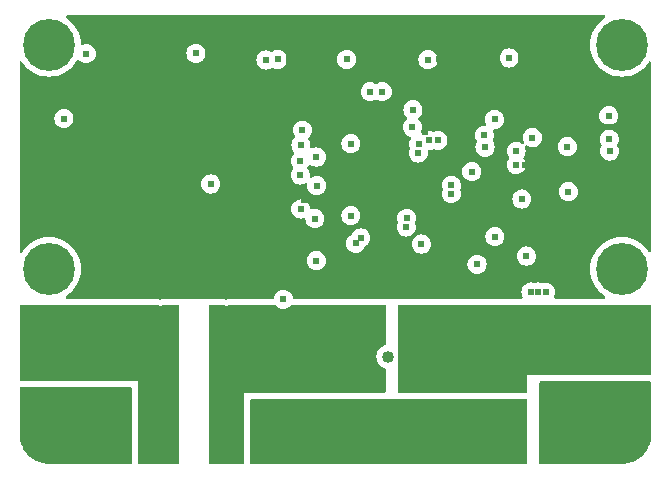
<source format=gbr>
%TF.GenerationSoftware,KiCad,Pcbnew,8.0.3-8.0.3-0~ubuntu24.04.1*%
%TF.CreationDate,2024-07-11T14:27:14+08:00*%
%TF.ProjectId,CawBMS,43617742-4d53-42e6-9b69-6361645f7063,rev?*%
%TF.SameCoordinates,Original*%
%TF.FileFunction,Copper,L2,Inr*%
%TF.FilePolarity,Positive*%
%FSLAX46Y46*%
G04 Gerber Fmt 4.6, Leading zero omitted, Abs format (unit mm)*
G04 Created by KiCad (PCBNEW 8.0.3-8.0.3-0~ubuntu24.04.1) date 2024-07-11 14:27:14*
%MOMM*%
%LPD*%
G01*
G04 APERTURE LIST*
G04 Aperture macros list*
%AMRoundRect*
0 Rectangle with rounded corners*
0 $1 Rounding radius*
0 $2 $3 $4 $5 $6 $7 $8 $9 X,Y pos of 4 corners*
0 Add a 4 corners polygon primitive as box body*
4,1,4,$2,$3,$4,$5,$6,$7,$8,$9,$2,$3,0*
0 Add four circle primitives for the rounded corners*
1,1,$1+$1,$2,$3*
1,1,$1+$1,$4,$5*
1,1,$1+$1,$6,$7*
1,1,$1+$1,$8,$9*
0 Add four rect primitives between the rounded corners*
20,1,$1+$1,$2,$3,$4,$5,0*
20,1,$1+$1,$4,$5,$6,$7,0*
20,1,$1+$1,$6,$7,$8,$9,0*
20,1,$1+$1,$8,$9,$2,$3,0*%
G04 Aperture macros list end*
%TA.AperFunction,ComponentPad*%
%ADD10C,0.700000*%
%TD*%
%TA.AperFunction,ComponentPad*%
%ADD11C,4.400000*%
%TD*%
%TA.AperFunction,ComponentPad*%
%ADD12RoundRect,1.500000X-1.000000X-1.000000X1.000000X-1.000000X1.000000X1.000000X-1.000000X1.000000X0*%
%TD*%
%TA.AperFunction,ViaPad*%
%ADD13C,0.609600*%
%TD*%
%TA.AperFunction,ViaPad*%
%ADD14C,1.016000*%
%TD*%
G04 APERTURE END LIST*
D10*
%TO.N,unconnected-(H4-Pad1)*%
%TO.C,H4*%
X159350000Y-113500000D03*
X159833274Y-112333274D03*
X159833274Y-114666726D03*
X161000000Y-111850000D03*
D11*
X161000000Y-113500000D03*
D10*
X161000000Y-115150000D03*
X162166726Y-112333274D03*
X162166726Y-114666726D03*
X162650000Y-113500000D03*
%TD*%
%TO.N,unconnected-(H2-Pad1)*%
%TO.C,H2*%
X159350000Y-94500000D03*
X159833274Y-93333274D03*
X159833274Y-95666726D03*
X161000000Y-92850000D03*
D11*
X161000000Y-94500000D03*
D10*
X161000000Y-96150000D03*
X162166726Y-93333274D03*
X162166726Y-95666726D03*
X162650000Y-94500000D03*
%TD*%
%TO.N,unconnected-(H1-Pad1)*%
%TO.C,H1*%
X110850000Y-94500000D03*
X111333274Y-93333274D03*
X111333274Y-95666726D03*
X112500000Y-92850000D03*
D11*
X112500000Y-94500000D03*
D10*
X112500000Y-96150000D03*
X113666726Y-93333274D03*
X113666726Y-95666726D03*
X114150000Y-94500000D03*
%TD*%
D12*
%TO.N,PACK+*%
%TO.C,H7*%
X160528000Y-126627000D03*
%TD*%
%TO.N,PACK-*%
%TO.C,H8*%
X160528000Y-119181000D03*
%TD*%
%TO.N,-BATT*%
%TO.C,H6*%
X113030000Y-119173000D03*
%TD*%
%TO.N,PACK+*%
%TO.C,H5*%
X113030000Y-126492000D03*
%TD*%
D10*
%TO.N,unconnected-(H3-Pad1)*%
%TO.C,H3*%
X110850000Y-113500000D03*
X111333274Y-112333274D03*
X111333274Y-114666726D03*
X112500000Y-111850000D03*
D11*
X112500000Y-113500000D03*
D10*
X112500000Y-115150000D03*
X113666726Y-112333274D03*
X113666726Y-114666726D03*
X114150000Y-113500000D03*
%TD*%
D13*
%TO.N,+3.3V*%
X143250000Y-101490000D03*
X138049000Y-108966000D03*
X154559000Y-115450000D03*
X153289000Y-115443000D03*
X159880000Y-100520000D03*
X133820000Y-103000000D03*
X150210000Y-100830000D03*
X143300000Y-100010000D03*
X138460000Y-111320000D03*
X148732000Y-113106700D03*
X131840000Y-95740000D03*
X151460000Y-95620000D03*
X153924000Y-115443000D03*
X152527000Y-107569000D03*
X133800000Y-108410000D03*
X133760000Y-105530000D03*
X150241000Y-110744000D03*
X144570000Y-95760000D03*
X135128000Y-104013000D03*
X144018000Y-111379000D03*
X137700000Y-95750000D03*
X138890000Y-110860000D03*
%TO.N,GND*%
X140716000Y-115316000D03*
X126111000Y-112302500D03*
X152778012Y-104689298D03*
X155702000Y-105537000D03*
X133860000Y-95720000D03*
X138049000Y-105791000D03*
X152200000Y-100350000D03*
X132830000Y-95720000D03*
X150495000Y-113411000D03*
X140804604Y-112229604D03*
X156210000Y-101996500D03*
X144310000Y-101850000D03*
X138049000Y-107061000D03*
D14*
X118210000Y-115440000D03*
D13*
X151892000Y-114808000D03*
D14*
X121920000Y-115570000D03*
D13*
X145540000Y-95750000D03*
X151892000Y-115443000D03*
X141859000Y-97409000D03*
X127400000Y-93720000D03*
X159880000Y-101500000D03*
X135128000Y-102870000D03*
X150495000Y-114173000D03*
D14*
X127508000Y-115570000D03*
D13*
X145034000Y-110744000D03*
X148336000Y-111506000D03*
X154051000Y-105537000D03*
X141505857Y-101164143D03*
X154940000Y-105537000D03*
X135255000Y-114808000D03*
X133731000Y-106807000D03*
X154051000Y-104648000D03*
X154940000Y-104648000D03*
X155702000Y-104648000D03*
X138049000Y-107696000D03*
X140510000Y-102970000D03*
X138700000Y-95760000D03*
X152470000Y-95620000D03*
X140843000Y-110236000D03*
X132080000Y-109220000D03*
X141478000Y-115316000D03*
X122790000Y-93730000D03*
X134046000Y-107630000D03*
X138049000Y-106426000D03*
X138049000Y-105156000D03*
%TO.N,+5V*%
X130860000Y-95791400D03*
X152908000Y-112395000D03*
X153416000Y-102362000D03*
%TO.N,/BQ76920/VC1*%
X115650000Y-95270000D03*
X126170000Y-106290000D03*
%TO.N,/BQ76920/BAT*%
X113752000Y-100751000D03*
X135001000Y-109220000D03*
%TO.N,/ALERT*%
X138049000Y-102870000D03*
X132320000Y-116050000D03*
%TO.N,Net-(C25-Pad1)*%
X139954000Y-122809000D03*
X137414000Y-122174000D03*
X131445000Y-122809000D03*
X135255000Y-122809000D03*
X132715000Y-122174000D03*
X133985000Y-122174000D03*
X131445000Y-122174000D03*
X137414000Y-122809000D03*
D14*
X127762000Y-120904000D03*
D13*
X132715000Y-122809000D03*
X135255000Y-122174000D03*
X138684000Y-122174000D03*
X139954000Y-122174000D03*
D14*
X127762000Y-117094000D03*
D13*
X133985000Y-122809000D03*
D14*
X127762000Y-118872000D03*
D13*
X138684000Y-122809000D03*
%TO.N,PACK-*%
X150749000Y-122809000D03*
X146050000Y-122809000D03*
X149479000Y-122174000D03*
X147193000Y-122174000D03*
X152019000Y-122809000D03*
D14*
X155702000Y-119380000D03*
X155702000Y-121412000D03*
D13*
X143510000Y-122809000D03*
X149479000Y-122809000D03*
X144780000Y-122809000D03*
X147193000Y-122809000D03*
X146050000Y-122174000D03*
X143510000Y-122174000D03*
X150749000Y-122174000D03*
X144780000Y-122174000D03*
D14*
X141223500Y-120903500D03*
D13*
X152019000Y-122174000D03*
D14*
%TO.N,PACK+*%
X155702000Y-124206000D03*
X155702000Y-126238000D03*
%TO.N,-BATT*%
X121666000Y-119634000D03*
X121666000Y-120904000D03*
X118110000Y-119634000D03*
X118110000Y-121158000D03*
X121666000Y-118364000D03*
D13*
%TO.N,/SWDIO*%
X149410000Y-103180000D03*
X159950000Y-103500000D03*
%TO.N,/SWCLK*%
X149350000Y-102170000D03*
X159930000Y-102490000D03*
D14*
%TO.N,Net-(Q6-D-Pad5)*%
X142240000Y-125222000D03*
X144272000Y-125222000D03*
X136144000Y-125222000D03*
X148336000Y-125222000D03*
X133350000Y-125222000D03*
X152400000Y-125222000D03*
X139192000Y-125222000D03*
X145288000Y-125222000D03*
X149352000Y-125222000D03*
X146304000Y-125222000D03*
X151384000Y-125222000D03*
X134366000Y-125222000D03*
X140208000Y-125222000D03*
X137160000Y-125222000D03*
X130302000Y-125222000D03*
X132334000Y-125222000D03*
X138176000Y-125222000D03*
X150368000Y-125222000D03*
X131318000Y-125222000D03*
X143256000Y-125222000D03*
D13*
%TO.N,/I2C1_SCL*%
X142740143Y-109929857D03*
X145416100Y-102608036D03*
%TO.N,/I2C1_SDA*%
X142772223Y-109194454D03*
X144680000Y-102610000D03*
%TO.N,/LED_A*%
X133950000Y-101740000D03*
X143799667Y-102930110D03*
%TO.N,/LED_B*%
X133760000Y-104340784D03*
X143750000Y-103670000D03*
%TO.N,Net-(U4-TS1)*%
X135128000Y-112776000D03*
X135150000Y-106426000D03*
%TO.N,/KEY_A*%
X124930000Y-95233100D03*
X148290000Y-105240000D03*
%TO.N,/CAN_STB*%
X152042699Y-104655211D03*
X156464000Y-106934000D03*
%TO.N,/CAN_TX*%
X156386960Y-103122302D03*
X152041393Y-103526893D03*
%TO.N,/I2C2_SCL*%
X139690000Y-98490000D03*
X146550404Y-107128358D03*
%TO.N,/I2C2_SDA*%
X146561391Y-106392338D03*
X140700000Y-98480000D03*
%TD*%
%TA.AperFunction,Conductor*%
%TO.N,PACK+*%
G36*
X119443039Y-123519685D02*
G01*
X119488794Y-123572489D01*
X119500000Y-123624000D01*
X119500000Y-129876000D01*
X119480315Y-129943039D01*
X119427511Y-129988794D01*
X119376000Y-130000000D01*
X112500987Y-130000000D01*
X112498960Y-129999983D01*
X112343428Y-129997440D01*
X112329270Y-129996396D01*
X112019812Y-129955655D01*
X112003903Y-129952491D01*
X111703387Y-129871967D01*
X111688028Y-129866753D01*
X111400599Y-129747696D01*
X111386052Y-129740522D01*
X111116622Y-129584967D01*
X111103136Y-129575956D01*
X110856313Y-129386562D01*
X110844118Y-129375867D01*
X110624132Y-129155881D01*
X110613437Y-129143686D01*
X110424043Y-128896863D01*
X110415032Y-128883377D01*
X110259477Y-128613947D01*
X110252303Y-128599400D01*
X110133246Y-128311971D01*
X110128032Y-128296612D01*
X110112921Y-128240218D01*
X110047506Y-127996087D01*
X110044345Y-127980196D01*
X110003602Y-127670718D01*
X110002559Y-127656582D01*
X110000017Y-127501038D01*
X110000000Y-127499012D01*
X110000000Y-123624000D01*
X110019685Y-123556961D01*
X110072489Y-123511206D01*
X110124000Y-123500000D01*
X119376000Y-123500000D01*
X119443039Y-123519685D01*
G37*
%TD.AperFunction*%
%TD*%
%TA.AperFunction,Conductor*%
%TO.N,PACK+*%
G36*
X163443039Y-123019685D02*
G01*
X163488794Y-123072489D01*
X163500000Y-123124000D01*
X163500000Y-127499012D01*
X163499983Y-127501039D01*
X163497440Y-127656571D01*
X163496396Y-127670729D01*
X163455655Y-127980187D01*
X163452491Y-127996096D01*
X163371967Y-128296612D01*
X163366753Y-128311971D01*
X163247696Y-128599400D01*
X163240522Y-128613947D01*
X163084967Y-128883377D01*
X163075956Y-128896863D01*
X162886562Y-129143686D01*
X162875867Y-129155881D01*
X162655881Y-129375867D01*
X162643686Y-129386562D01*
X162396863Y-129575956D01*
X162383377Y-129584967D01*
X162113947Y-129740522D01*
X162099400Y-129747696D01*
X161811971Y-129866753D01*
X161796612Y-129871967D01*
X161496096Y-129952491D01*
X161480187Y-129955655D01*
X161170729Y-129996396D01*
X161156571Y-129997440D01*
X161001040Y-129999983D01*
X160999013Y-130000000D01*
X154124000Y-130000000D01*
X154056961Y-129980315D01*
X154011206Y-129927511D01*
X154000000Y-129876000D01*
X154000000Y-123124000D01*
X154019685Y-123056961D01*
X154072489Y-123011206D01*
X154124000Y-123000000D01*
X163376000Y-123000000D01*
X163443039Y-123019685D01*
G37*
%TD.AperFunction*%
%TD*%
%TA.AperFunction,Conductor*%
%TO.N,Net-(Q6-D-Pad5)*%
G36*
X152943039Y-124519685D02*
G01*
X152988794Y-124572489D01*
X153000000Y-124624000D01*
X153000000Y-129876000D01*
X152980315Y-129943039D01*
X152927511Y-129988794D01*
X152876000Y-130000000D01*
X129624000Y-130000000D01*
X129556961Y-129980315D01*
X129511206Y-129927511D01*
X129500000Y-129876000D01*
X129500000Y-124624000D01*
X129519685Y-124556961D01*
X129572489Y-124511206D01*
X129624000Y-124500000D01*
X152876000Y-124500000D01*
X152943039Y-124519685D01*
G37*
%TD.AperFunction*%
%TD*%
%TA.AperFunction,Conductor*%
%TO.N,-BATT*%
G36*
X121529224Y-116505339D02*
G01*
X121532193Y-116506239D01*
X121532196Y-116506241D01*
X121722299Y-116563908D01*
X121722298Y-116563908D01*
X121740024Y-116565653D01*
X121920000Y-116583380D01*
X122117701Y-116563908D01*
X122307804Y-116506241D01*
X122307805Y-116506239D01*
X122310776Y-116505339D01*
X122346771Y-116500000D01*
X123376000Y-116500000D01*
X123443039Y-116519685D01*
X123488794Y-116572489D01*
X123500000Y-116624000D01*
X123500000Y-129876000D01*
X123480315Y-129943039D01*
X123427511Y-129988794D01*
X123376000Y-130000000D01*
X120124000Y-130000000D01*
X120056961Y-129980315D01*
X120011206Y-129927511D01*
X120000000Y-129876000D01*
X120000000Y-123000000D01*
X110124000Y-123000000D01*
X110056961Y-122980315D01*
X110011206Y-122927511D01*
X110000000Y-122876000D01*
X110000000Y-116624000D01*
X110019685Y-116556961D01*
X110072489Y-116511206D01*
X110124000Y-116500000D01*
X121493229Y-116500000D01*
X121529224Y-116505339D01*
G37*
%TD.AperFunction*%
%TD*%
%TA.AperFunction,Conductor*%
%TO.N,PACK-*%
G36*
X163443039Y-116519685D02*
G01*
X163488794Y-116572489D01*
X163500000Y-116624000D01*
X163500000Y-122376000D01*
X163480315Y-122443039D01*
X163427511Y-122488794D01*
X163376000Y-122500000D01*
X153000000Y-122500000D01*
X153000000Y-123876000D01*
X152980315Y-123943039D01*
X152927511Y-123988794D01*
X152876000Y-124000000D01*
X142124000Y-124000000D01*
X142056961Y-123980315D01*
X142011206Y-123927511D01*
X142000000Y-123876000D01*
X142000000Y-116624000D01*
X142019685Y-116556961D01*
X142072489Y-116511206D01*
X142124000Y-116500000D01*
X163376000Y-116500000D01*
X163443039Y-116519685D01*
G37*
%TD.AperFunction*%
%TD*%
%TA.AperFunction,Conductor*%
%TO.N,GND*%
G36*
X159537741Y-92019685D02*
G01*
X159583496Y-92072489D01*
X159593440Y-92141647D01*
X159564415Y-92205203D01*
X159534853Y-92230115D01*
X159507897Y-92246411D01*
X159463131Y-92273473D01*
X159205960Y-92474954D01*
X158974954Y-92705960D01*
X158773473Y-92963131D01*
X158604454Y-93242723D01*
X158604453Y-93242725D01*
X158470372Y-93540642D01*
X158470366Y-93540657D01*
X158373178Y-93852547D01*
X158314289Y-94173900D01*
X158294564Y-94500000D01*
X158314289Y-94826099D01*
X158373178Y-95147452D01*
X158470366Y-95459342D01*
X158470370Y-95459354D01*
X158470373Y-95459361D01*
X158604455Y-95757279D01*
X158730117Y-95965148D01*
X158773473Y-96036868D01*
X158974954Y-96294039D01*
X159205960Y-96525045D01*
X159463131Y-96726526D01*
X159463134Y-96726528D01*
X159463137Y-96726530D01*
X159742721Y-96895545D01*
X160040639Y-97029627D01*
X160040652Y-97029631D01*
X160040657Y-97029633D01*
X160352547Y-97126821D01*
X160673896Y-97185710D01*
X161000000Y-97205436D01*
X161326104Y-97185710D01*
X161647453Y-97126821D01*
X161959361Y-97029627D01*
X162257279Y-96895545D01*
X162536863Y-96726530D01*
X162794036Y-96525048D01*
X163025048Y-96294036D01*
X163226530Y-96036863D01*
X163269883Y-95965147D01*
X163321410Y-95917960D01*
X163390270Y-95906121D01*
X163454598Y-95933389D01*
X163493973Y-95991108D01*
X163500000Y-96029297D01*
X163500000Y-111970701D01*
X163480315Y-112037740D01*
X163427511Y-112083495D01*
X163358353Y-112093439D01*
X163294797Y-112064414D01*
X163269884Y-112034852D01*
X163226528Y-111963134D01*
X163025045Y-111705960D01*
X162794039Y-111474954D01*
X162536868Y-111273473D01*
X162434554Y-111211622D01*
X162257279Y-111104455D01*
X161959361Y-110970373D01*
X161959354Y-110970370D01*
X161959342Y-110970366D01*
X161647452Y-110873178D01*
X161326099Y-110814289D01*
X161000000Y-110794564D01*
X160673900Y-110814289D01*
X160352547Y-110873178D01*
X160040657Y-110970366D01*
X160040641Y-110970372D01*
X160040639Y-110970373D01*
X159742721Y-111104455D01*
X159684460Y-111139675D01*
X159463131Y-111273473D01*
X159205960Y-111474954D01*
X158974954Y-111705960D01*
X158773473Y-111963131D01*
X158684641Y-112110078D01*
X158604455Y-112242721D01*
X158535919Y-112395003D01*
X158470372Y-112540642D01*
X158470366Y-112540657D01*
X158373178Y-112852547D01*
X158314289Y-113173900D01*
X158294564Y-113500000D01*
X158314289Y-113826099D01*
X158373178Y-114147452D01*
X158470366Y-114459342D01*
X158470370Y-114459354D01*
X158470373Y-114459361D01*
X158604455Y-114757279D01*
X158717771Y-114944726D01*
X158773473Y-115036868D01*
X158974954Y-115294039D01*
X159205960Y-115525045D01*
X159463131Y-115726526D01*
X159463134Y-115726528D01*
X159463137Y-115726530D01*
X159525754Y-115764383D01*
X159572941Y-115815911D01*
X159584780Y-115884770D01*
X159557511Y-115949099D01*
X159499793Y-115988473D01*
X159461604Y-115994500D01*
X155392308Y-115994500D01*
X155325269Y-115974815D01*
X155279514Y-115922011D01*
X155269570Y-115852853D01*
X155287313Y-115804530D01*
X155289140Y-115801621D01*
X155289139Y-115801621D01*
X155289142Y-115801618D01*
X155349078Y-115630330D01*
X155349867Y-115623329D01*
X155369396Y-115450003D01*
X155369396Y-115449996D01*
X155349079Y-115269675D01*
X155349078Y-115269670D01*
X155289140Y-115098377D01*
X155289138Y-115098374D01*
X155192597Y-114944731D01*
X155192592Y-114944725D01*
X155064274Y-114816407D01*
X155064268Y-114816402D01*
X154910625Y-114719861D01*
X154910622Y-114719859D01*
X154739329Y-114659921D01*
X154739324Y-114659920D01*
X154559004Y-114639604D01*
X154558996Y-114639604D01*
X154378671Y-114659921D01*
X154378670Y-114659921D01*
X154292455Y-114690088D01*
X154222676Y-114693649D01*
X154210549Y-114690088D01*
X154104328Y-114652921D01*
X153924004Y-114632604D01*
X153923996Y-114632604D01*
X153743671Y-114652921D01*
X153743670Y-114652921D01*
X153647453Y-114686588D01*
X153577674Y-114690149D01*
X153565547Y-114686588D01*
X153469329Y-114652921D01*
X153289004Y-114632604D01*
X153288996Y-114632604D01*
X153108675Y-114652920D01*
X153108670Y-114652921D01*
X152937377Y-114712859D01*
X152937374Y-114712861D01*
X152783731Y-114809402D01*
X152783725Y-114809407D01*
X152655407Y-114937725D01*
X152655402Y-114937731D01*
X152558861Y-115091374D01*
X152558859Y-115091377D01*
X152498921Y-115262670D01*
X152498920Y-115262675D01*
X152478604Y-115442996D01*
X152478604Y-115443003D01*
X152498920Y-115623324D01*
X152498921Y-115623329D01*
X152535033Y-115726530D01*
X152558858Y-115794618D01*
X152563258Y-115801621D01*
X152565084Y-115804526D01*
X152584085Y-115871762D01*
X152563719Y-115938598D01*
X152510452Y-115983813D01*
X152460091Y-115994500D01*
X142124000Y-115994500D01*
X142123991Y-115994500D01*
X142123990Y-115994501D01*
X142079457Y-115999289D01*
X142066202Y-116000000D01*
X133235576Y-116000000D01*
X133168537Y-115980315D01*
X133122782Y-115927511D01*
X133112356Y-115889883D01*
X133110314Y-115871762D01*
X133110078Y-115869670D01*
X133050142Y-115698382D01*
X133050141Y-115698380D01*
X133050138Y-115698374D01*
X132953597Y-115544731D01*
X132953592Y-115544725D01*
X132825274Y-115416407D01*
X132825268Y-115416402D01*
X132671625Y-115319861D01*
X132671622Y-115319859D01*
X132500329Y-115259921D01*
X132500324Y-115259920D01*
X132320004Y-115239604D01*
X132319996Y-115239604D01*
X132139675Y-115259920D01*
X132139670Y-115259921D01*
X131968377Y-115319859D01*
X131968374Y-115319861D01*
X131814731Y-115416402D01*
X131814725Y-115416407D01*
X131686407Y-115544725D01*
X131686402Y-115544731D01*
X131589861Y-115698374D01*
X131589858Y-115698380D01*
X131529921Y-115869672D01*
X131527644Y-115889883D01*
X131500578Y-115954297D01*
X131442983Y-115993852D01*
X131404424Y-116000000D01*
X114029298Y-116000000D01*
X113962259Y-115980315D01*
X113916504Y-115927511D01*
X113906560Y-115858353D01*
X113935585Y-115794797D01*
X113965146Y-115769884D01*
X114036863Y-115726530D01*
X114294036Y-115525048D01*
X114525048Y-115294036D01*
X114726530Y-115036863D01*
X114895545Y-114757279D01*
X115029627Y-114459361D01*
X115126821Y-114147453D01*
X115185710Y-113826104D01*
X115205436Y-113500000D01*
X115185710Y-113173896D01*
X115126821Y-112852547D01*
X115102967Y-112775996D01*
X134317604Y-112775996D01*
X134317604Y-112776003D01*
X134337920Y-112956324D01*
X134337921Y-112956329D01*
X134397859Y-113127622D01*
X134397861Y-113127625D01*
X134494402Y-113281268D01*
X134494407Y-113281274D01*
X134622725Y-113409592D01*
X134622731Y-113409597D01*
X134776374Y-113506138D01*
X134776377Y-113506140D01*
X134776381Y-113506141D01*
X134776382Y-113506142D01*
X134947670Y-113566078D01*
X134947675Y-113566079D01*
X135127996Y-113586396D01*
X135128000Y-113586396D01*
X135128004Y-113586396D01*
X135308324Y-113566079D01*
X135308327Y-113566078D01*
X135308330Y-113566078D01*
X135479618Y-113506142D01*
X135479620Y-113506140D01*
X135479622Y-113506140D01*
X135479625Y-113506138D01*
X135633268Y-113409597D01*
X135633269Y-113409596D01*
X135633274Y-113409593D01*
X135761593Y-113281274D01*
X135822037Y-113185079D01*
X135858138Y-113127625D01*
X135858140Y-113127622D01*
X135858140Y-113127620D01*
X135858142Y-113127618D01*
X135865463Y-113106696D01*
X147921604Y-113106696D01*
X147921604Y-113106703D01*
X147941920Y-113287024D01*
X147941921Y-113287029D01*
X148001859Y-113458322D01*
X148001861Y-113458325D01*
X148098402Y-113611968D01*
X148098407Y-113611974D01*
X148226725Y-113740292D01*
X148226731Y-113740297D01*
X148380374Y-113836838D01*
X148380377Y-113836840D01*
X148380381Y-113836841D01*
X148380382Y-113836842D01*
X148551670Y-113896778D01*
X148551675Y-113896779D01*
X148731996Y-113917096D01*
X148732000Y-113917096D01*
X148732004Y-113917096D01*
X148912324Y-113896779D01*
X148912327Y-113896778D01*
X148912330Y-113896778D01*
X149083618Y-113836842D01*
X149083620Y-113836840D01*
X149083622Y-113836840D01*
X149083625Y-113836838D01*
X149237268Y-113740297D01*
X149237269Y-113740296D01*
X149237274Y-113740293D01*
X149365593Y-113611974D01*
X149432092Y-113506142D01*
X149462138Y-113458325D01*
X149462140Y-113458322D01*
X149462140Y-113458320D01*
X149462142Y-113458318D01*
X149522078Y-113287030D01*
X149522727Y-113281274D01*
X149542396Y-113106703D01*
X149542396Y-113106696D01*
X149522079Y-112926375D01*
X149522078Y-112926370D01*
X149496246Y-112852547D01*
X149462142Y-112755082D01*
X149462141Y-112755081D01*
X149462140Y-112755077D01*
X149462138Y-112755074D01*
X149365597Y-112601431D01*
X149365592Y-112601425D01*
X149237274Y-112473107D01*
X149237268Y-112473102D01*
X149112964Y-112394996D01*
X152097604Y-112394996D01*
X152097604Y-112395003D01*
X152117920Y-112575324D01*
X152117921Y-112575329D01*
X152177859Y-112746622D01*
X152177861Y-112746625D01*
X152274402Y-112900268D01*
X152274407Y-112900274D01*
X152402725Y-113028592D01*
X152402731Y-113028597D01*
X152556374Y-113125138D01*
X152556377Y-113125140D01*
X152556381Y-113125141D01*
X152556382Y-113125142D01*
X152695714Y-113173896D01*
X152727670Y-113185078D01*
X152727675Y-113185079D01*
X152907996Y-113205396D01*
X152908000Y-113205396D01*
X152908004Y-113205396D01*
X153088324Y-113185079D01*
X153088327Y-113185078D01*
X153088330Y-113185078D01*
X153259618Y-113125142D01*
X153259620Y-113125140D01*
X153259622Y-113125140D01*
X153259625Y-113125138D01*
X153413268Y-113028597D01*
X153413269Y-113028596D01*
X153413274Y-113028593D01*
X153541593Y-112900274D01*
X153619680Y-112776000D01*
X153638138Y-112746625D01*
X153638140Y-112746622D01*
X153638140Y-112746620D01*
X153638142Y-112746618D01*
X153698078Y-112575330D01*
X153701985Y-112540657D01*
X153718396Y-112395003D01*
X153718396Y-112394996D01*
X153698079Y-112214675D01*
X153698078Y-112214670D01*
X153661152Y-112109142D01*
X153638142Y-112043382D01*
X153638141Y-112043381D01*
X153638140Y-112043377D01*
X153638138Y-112043374D01*
X153541597Y-111889731D01*
X153541592Y-111889725D01*
X153413274Y-111761407D01*
X153413268Y-111761402D01*
X153259625Y-111664861D01*
X153259622Y-111664859D01*
X153088329Y-111604921D01*
X153088324Y-111604920D01*
X152908004Y-111584604D01*
X152907996Y-111584604D01*
X152727675Y-111604920D01*
X152727670Y-111604921D01*
X152556377Y-111664859D01*
X152556374Y-111664861D01*
X152402731Y-111761402D01*
X152402725Y-111761407D01*
X152274407Y-111889725D01*
X152274402Y-111889731D01*
X152177861Y-112043374D01*
X152177859Y-112043377D01*
X152117921Y-112214670D01*
X152117920Y-112214675D01*
X152097604Y-112394996D01*
X149112964Y-112394996D01*
X149083625Y-112376561D01*
X149083622Y-112376559D01*
X148912329Y-112316621D01*
X148912324Y-112316620D01*
X148732004Y-112296304D01*
X148731996Y-112296304D01*
X148551675Y-112316620D01*
X148551670Y-112316621D01*
X148380377Y-112376559D01*
X148380374Y-112376561D01*
X148226731Y-112473102D01*
X148226725Y-112473107D01*
X148098407Y-112601425D01*
X148098402Y-112601431D01*
X148001861Y-112755074D01*
X148001859Y-112755077D01*
X147941921Y-112926370D01*
X147941920Y-112926375D01*
X147921604Y-113106696D01*
X135865463Y-113106696D01*
X135918078Y-112956330D01*
X135924395Y-112900268D01*
X135938396Y-112776003D01*
X135938396Y-112775996D01*
X135918079Y-112595675D01*
X135918078Y-112595670D01*
X135898822Y-112540639D01*
X135858142Y-112424382D01*
X135858141Y-112424381D01*
X135858140Y-112424377D01*
X135858138Y-112424374D01*
X135761597Y-112270731D01*
X135761592Y-112270725D01*
X135633274Y-112142407D01*
X135633268Y-112142402D01*
X135479625Y-112045861D01*
X135479622Y-112045859D01*
X135308329Y-111985921D01*
X135308324Y-111985920D01*
X135128004Y-111965604D01*
X135127996Y-111965604D01*
X134947675Y-111985920D01*
X134947670Y-111985921D01*
X134776377Y-112045859D01*
X134776374Y-112045861D01*
X134622731Y-112142402D01*
X134622725Y-112142407D01*
X134494407Y-112270725D01*
X134494402Y-112270731D01*
X134397861Y-112424374D01*
X134397859Y-112424377D01*
X134337921Y-112595670D01*
X134337920Y-112595675D01*
X134317604Y-112775996D01*
X115102967Y-112775996D01*
X115093812Y-112746618D01*
X115029633Y-112540657D01*
X115029631Y-112540652D01*
X115029627Y-112540639D01*
X114895545Y-112242721D01*
X114726530Y-111963137D01*
X114726528Y-111963134D01*
X114726526Y-111963131D01*
X114525045Y-111705960D01*
X114294039Y-111474954D01*
X114096250Y-111319996D01*
X137649604Y-111319996D01*
X137649604Y-111320003D01*
X137669920Y-111500324D01*
X137669921Y-111500329D01*
X137729859Y-111671622D01*
X137729861Y-111671625D01*
X137826402Y-111825268D01*
X137826407Y-111825274D01*
X137954725Y-111953592D01*
X137954731Y-111953597D01*
X138108374Y-112050138D01*
X138108377Y-112050140D01*
X138108381Y-112050141D01*
X138108382Y-112050142D01*
X138199539Y-112082039D01*
X138279670Y-112110078D01*
X138279675Y-112110079D01*
X138459996Y-112130396D01*
X138460000Y-112130396D01*
X138460004Y-112130396D01*
X138640324Y-112110079D01*
X138640327Y-112110078D01*
X138640330Y-112110078D01*
X138811618Y-112050142D01*
X138811620Y-112050140D01*
X138811622Y-112050140D01*
X138811625Y-112050138D01*
X138965268Y-111953597D01*
X138965269Y-111953596D01*
X138965274Y-111953593D01*
X139093593Y-111825274D01*
X139133727Y-111761402D01*
X139190138Y-111671625D01*
X139190142Y-111671618D01*
X139197848Y-111649595D01*
X139238569Y-111592819D01*
X139248903Y-111585564D01*
X139395274Y-111493593D01*
X139509871Y-111378996D01*
X143207604Y-111378996D01*
X143207604Y-111379003D01*
X143227920Y-111559324D01*
X143227921Y-111559329D01*
X143287859Y-111730622D01*
X143287861Y-111730625D01*
X143384402Y-111884268D01*
X143384407Y-111884274D01*
X143512725Y-112012592D01*
X143512731Y-112012597D01*
X143666374Y-112109138D01*
X143666377Y-112109140D01*
X143666381Y-112109141D01*
X143666382Y-112109142D01*
X143837670Y-112169078D01*
X143837675Y-112169079D01*
X144017996Y-112189396D01*
X144018000Y-112189396D01*
X144018004Y-112189396D01*
X144198324Y-112169079D01*
X144198327Y-112169078D01*
X144198330Y-112169078D01*
X144369618Y-112109142D01*
X144369620Y-112109140D01*
X144369622Y-112109140D01*
X144369625Y-112109138D01*
X144523268Y-112012597D01*
X144523269Y-112012596D01*
X144523274Y-112012593D01*
X144651593Y-111884274D01*
X144651597Y-111884268D01*
X144748138Y-111730625D01*
X144748140Y-111730622D01*
X144748140Y-111730620D01*
X144748142Y-111730618D01*
X144808078Y-111559330D01*
X144814726Y-111500329D01*
X144828396Y-111379003D01*
X144828396Y-111378996D01*
X144808079Y-111198675D01*
X144808078Y-111198670D01*
X144775111Y-111104455D01*
X144748142Y-111027382D01*
X144748141Y-111027381D01*
X144748140Y-111027377D01*
X144748138Y-111027374D01*
X144651597Y-110873731D01*
X144651592Y-110873725D01*
X144523274Y-110745407D01*
X144523268Y-110745402D01*
X144521030Y-110743996D01*
X149430604Y-110743996D01*
X149430604Y-110744003D01*
X149450920Y-110924324D01*
X149450921Y-110924329D01*
X149510859Y-111095622D01*
X149510861Y-111095625D01*
X149607402Y-111249268D01*
X149607407Y-111249274D01*
X149735725Y-111377592D01*
X149735731Y-111377597D01*
X149889374Y-111474138D01*
X149889377Y-111474140D01*
X149889381Y-111474141D01*
X149889382Y-111474142D01*
X150060670Y-111534078D01*
X150060675Y-111534079D01*
X150240996Y-111554396D01*
X150241000Y-111554396D01*
X150241004Y-111554396D01*
X150421324Y-111534079D01*
X150421327Y-111534078D01*
X150421330Y-111534078D01*
X150592618Y-111474142D01*
X150592620Y-111474140D01*
X150592622Y-111474140D01*
X150592625Y-111474138D01*
X150746268Y-111377597D01*
X150746269Y-111377596D01*
X150746274Y-111377593D01*
X150874593Y-111249274D01*
X150898250Y-111211625D01*
X150971138Y-111095625D01*
X150971140Y-111095622D01*
X150971140Y-111095620D01*
X150971142Y-111095618D01*
X151031078Y-110924330D01*
X151036780Y-110873725D01*
X151051396Y-110744003D01*
X151051396Y-110743996D01*
X151031079Y-110563675D01*
X151031078Y-110563670D01*
X150971140Y-110392377D01*
X150971138Y-110392374D01*
X150874597Y-110238731D01*
X150874592Y-110238725D01*
X150746274Y-110110407D01*
X150746268Y-110110402D01*
X150592625Y-110013861D01*
X150592622Y-110013859D01*
X150421329Y-109953921D01*
X150421324Y-109953920D01*
X150241004Y-109933604D01*
X150240996Y-109933604D01*
X150060675Y-109953920D01*
X150060670Y-109953921D01*
X149889377Y-110013859D01*
X149889374Y-110013861D01*
X149735731Y-110110402D01*
X149735725Y-110110407D01*
X149607407Y-110238725D01*
X149607402Y-110238731D01*
X149510861Y-110392374D01*
X149510859Y-110392377D01*
X149450921Y-110563670D01*
X149450920Y-110563675D01*
X149430604Y-110743996D01*
X144521030Y-110743996D01*
X144369625Y-110648861D01*
X144369622Y-110648859D01*
X144198329Y-110588921D01*
X144198324Y-110588920D01*
X144018004Y-110568604D01*
X144017996Y-110568604D01*
X143837675Y-110588920D01*
X143837670Y-110588921D01*
X143666377Y-110648859D01*
X143666374Y-110648861D01*
X143512731Y-110745402D01*
X143512725Y-110745407D01*
X143384407Y-110873725D01*
X143384402Y-110873731D01*
X143287861Y-111027374D01*
X143287859Y-111027377D01*
X143227921Y-111198670D01*
X143227920Y-111198675D01*
X143207604Y-111378996D01*
X139509871Y-111378996D01*
X139523593Y-111365274D01*
X139620138Y-111211625D01*
X139620140Y-111211622D01*
X139620140Y-111211620D01*
X139620142Y-111211618D01*
X139680078Y-111040330D01*
X139681537Y-111027382D01*
X139700396Y-110860003D01*
X139700396Y-110859996D01*
X139680079Y-110679675D01*
X139680078Y-110679670D01*
X139673193Y-110659995D01*
X139620142Y-110508382D01*
X139620141Y-110508381D01*
X139620140Y-110508377D01*
X139620138Y-110508374D01*
X139523597Y-110354731D01*
X139523592Y-110354725D01*
X139395274Y-110226407D01*
X139395268Y-110226402D01*
X139241625Y-110129861D01*
X139241622Y-110129859D01*
X139070329Y-110069921D01*
X139070324Y-110069920D01*
X138890004Y-110049604D01*
X138889996Y-110049604D01*
X138709675Y-110069920D01*
X138709670Y-110069921D01*
X138538377Y-110129859D01*
X138538374Y-110129861D01*
X138384731Y-110226402D01*
X138384725Y-110226407D01*
X138256407Y-110354725D01*
X138159857Y-110508383D01*
X138152151Y-110530407D01*
X138111428Y-110587183D01*
X138101082Y-110594445D01*
X137954725Y-110686407D01*
X137826407Y-110814725D01*
X137826402Y-110814731D01*
X137729861Y-110968374D01*
X137729859Y-110968377D01*
X137669921Y-111139670D01*
X137669920Y-111139675D01*
X137649604Y-111319996D01*
X114096250Y-111319996D01*
X114036868Y-111273473D01*
X113934554Y-111211622D01*
X113757279Y-111104455D01*
X113459361Y-110970373D01*
X113459354Y-110970370D01*
X113459342Y-110970366D01*
X113147452Y-110873178D01*
X112826099Y-110814289D01*
X112500000Y-110794564D01*
X112173900Y-110814289D01*
X111852547Y-110873178D01*
X111540657Y-110970366D01*
X111540641Y-110970372D01*
X111540639Y-110970373D01*
X111242721Y-111104455D01*
X111184460Y-111139675D01*
X110963131Y-111273473D01*
X110705960Y-111474954D01*
X110474954Y-111705960D01*
X110273471Y-111963134D01*
X110230116Y-112034852D01*
X110178588Y-112082039D01*
X110109729Y-112093877D01*
X110045400Y-112066608D01*
X110006027Y-112008889D01*
X110000000Y-111970701D01*
X110000000Y-108409996D01*
X132989604Y-108409996D01*
X132989604Y-108410003D01*
X133009920Y-108590324D01*
X133009921Y-108590329D01*
X133069859Y-108761622D01*
X133069861Y-108761625D01*
X133166402Y-108915268D01*
X133166407Y-108915274D01*
X133294725Y-109043592D01*
X133294731Y-109043597D01*
X133448374Y-109140138D01*
X133448377Y-109140140D01*
X133448381Y-109140141D01*
X133448382Y-109140142D01*
X133603606Y-109194457D01*
X133619670Y-109200078D01*
X133619675Y-109200079D01*
X133799996Y-109220396D01*
X133800000Y-109220396D01*
X133800004Y-109220396D01*
X133980324Y-109200079D01*
X133980325Y-109200078D01*
X133980330Y-109200078D01*
X134033703Y-109181401D01*
X134103479Y-109177839D01*
X134164107Y-109212567D01*
X134196335Y-109274560D01*
X134197877Y-109284559D01*
X134210920Y-109400325D01*
X134210921Y-109400329D01*
X134270859Y-109571622D01*
X134270861Y-109571625D01*
X134367402Y-109725268D01*
X134367407Y-109725274D01*
X134495725Y-109853592D01*
X134495731Y-109853597D01*
X134649374Y-109950138D01*
X134649377Y-109950140D01*
X134649381Y-109950141D01*
X134649382Y-109950142D01*
X134660182Y-109953921D01*
X134820670Y-110010078D01*
X134820675Y-110010079D01*
X135000996Y-110030396D01*
X135001000Y-110030396D01*
X135001004Y-110030396D01*
X135181324Y-110010079D01*
X135181327Y-110010078D01*
X135181330Y-110010078D01*
X135352618Y-109950142D01*
X135352620Y-109950140D01*
X135352622Y-109950140D01*
X135352625Y-109950138D01*
X135384908Y-109929853D01*
X141929747Y-109929853D01*
X141929747Y-109929860D01*
X141950063Y-110110181D01*
X141950064Y-110110186D01*
X142010002Y-110281479D01*
X142010004Y-110281482D01*
X142106545Y-110435125D01*
X142106550Y-110435131D01*
X142234868Y-110563449D01*
X142234874Y-110563454D01*
X142388517Y-110659995D01*
X142388520Y-110659997D01*
X142388524Y-110659998D01*
X142388525Y-110659999D01*
X142463995Y-110686407D01*
X142559813Y-110719935D01*
X142559818Y-110719936D01*
X142740139Y-110740253D01*
X142740143Y-110740253D01*
X142740147Y-110740253D01*
X142920467Y-110719936D01*
X142920470Y-110719935D01*
X142920473Y-110719935D01*
X143091761Y-110659999D01*
X143091763Y-110659997D01*
X143091765Y-110659997D01*
X143091768Y-110659995D01*
X143245411Y-110563454D01*
X143245412Y-110563453D01*
X143245417Y-110563450D01*
X143373736Y-110435131D01*
X143400597Y-110392382D01*
X143470281Y-110281482D01*
X143470283Y-110281479D01*
X143470283Y-110281477D01*
X143470285Y-110281475D01*
X143530221Y-110110187D01*
X143541074Y-110013861D01*
X143550539Y-109929860D01*
X143550539Y-109929853D01*
X143530959Y-109756078D01*
X143530221Y-109749527D01*
X143530221Y-109749525D01*
X143494230Y-109646670D01*
X143490668Y-109576891D01*
X143499557Y-109551901D01*
X143502361Y-109546078D01*
X143502365Y-109546072D01*
X143562301Y-109374784D01*
X143562302Y-109374778D01*
X143582619Y-109194457D01*
X143582619Y-109194450D01*
X143562302Y-109014129D01*
X143562301Y-109014124D01*
X143502363Y-108842831D01*
X143502361Y-108842828D01*
X143405820Y-108689185D01*
X143405815Y-108689179D01*
X143277497Y-108560861D01*
X143277491Y-108560856D01*
X143123848Y-108464315D01*
X143123845Y-108464313D01*
X142952552Y-108404375D01*
X142952547Y-108404374D01*
X142772227Y-108384058D01*
X142772219Y-108384058D01*
X142591898Y-108404374D01*
X142591893Y-108404375D01*
X142420600Y-108464313D01*
X142420597Y-108464315D01*
X142266954Y-108560856D01*
X142266948Y-108560861D01*
X142138630Y-108689179D01*
X142138625Y-108689185D01*
X142042084Y-108842828D01*
X142042082Y-108842831D01*
X141982144Y-109014124D01*
X141982143Y-109014129D01*
X141961827Y-109194450D01*
X141961827Y-109194457D01*
X141982144Y-109374781D01*
X142018136Y-109477642D01*
X142021697Y-109547421D01*
X142012813Y-109572399D01*
X142010003Y-109578232D01*
X141950064Y-109749527D01*
X141950063Y-109749532D01*
X141929747Y-109929853D01*
X135384908Y-109929853D01*
X135506268Y-109853597D01*
X135506269Y-109853596D01*
X135506274Y-109853593D01*
X135634593Y-109725274D01*
X135652899Y-109696140D01*
X135731138Y-109571625D01*
X135731140Y-109571622D01*
X135731140Y-109571620D01*
X135731142Y-109571618D01*
X135791078Y-109400330D01*
X135793956Y-109374786D01*
X135811396Y-109220003D01*
X135811396Y-109219996D01*
X135791079Y-109039675D01*
X135791078Y-109039670D01*
X135765298Y-108965996D01*
X137238604Y-108965996D01*
X137238604Y-108966003D01*
X137258920Y-109146324D01*
X137258921Y-109146329D01*
X137318859Y-109317622D01*
X137318861Y-109317625D01*
X137415402Y-109471268D01*
X137415407Y-109471274D01*
X137543725Y-109599592D01*
X137543731Y-109599597D01*
X137697374Y-109696138D01*
X137697377Y-109696140D01*
X137697381Y-109696141D01*
X137697382Y-109696142D01*
X137780620Y-109725268D01*
X137868670Y-109756078D01*
X137868675Y-109756079D01*
X138048996Y-109776396D01*
X138049000Y-109776396D01*
X138049004Y-109776396D01*
X138229324Y-109756079D01*
X138229327Y-109756078D01*
X138229330Y-109756078D01*
X138400618Y-109696142D01*
X138400620Y-109696140D01*
X138400622Y-109696140D01*
X138400625Y-109696138D01*
X138554268Y-109599597D01*
X138554269Y-109599596D01*
X138554274Y-109599593D01*
X138682593Y-109471274D01*
X138682597Y-109471268D01*
X138779138Y-109317625D01*
X138779140Y-109317622D01*
X138779140Y-109317620D01*
X138779142Y-109317618D01*
X138839078Y-109146330D01*
X138839079Y-109146324D01*
X138859396Y-108966003D01*
X138859396Y-108965996D01*
X138839079Y-108785675D01*
X138839078Y-108785670D01*
X138814253Y-108714725D01*
X138779142Y-108614382D01*
X138779141Y-108614381D01*
X138779140Y-108614377D01*
X138779138Y-108614374D01*
X138682597Y-108460731D01*
X138682592Y-108460725D01*
X138554274Y-108332407D01*
X138554268Y-108332402D01*
X138400625Y-108235861D01*
X138400622Y-108235859D01*
X138229329Y-108175921D01*
X138229324Y-108175920D01*
X138049004Y-108155604D01*
X138048996Y-108155604D01*
X137868675Y-108175920D01*
X137868670Y-108175921D01*
X137697377Y-108235859D01*
X137697374Y-108235861D01*
X137543731Y-108332402D01*
X137543725Y-108332407D01*
X137415407Y-108460725D01*
X137415402Y-108460731D01*
X137318861Y-108614374D01*
X137318859Y-108614377D01*
X137258921Y-108785670D01*
X137258920Y-108785675D01*
X137238604Y-108965996D01*
X135765298Y-108965996D01*
X135731140Y-108868377D01*
X135731138Y-108868374D01*
X135634597Y-108714731D01*
X135634592Y-108714725D01*
X135506274Y-108586407D01*
X135506268Y-108586402D01*
X135352625Y-108489861D01*
X135352622Y-108489859D01*
X135181329Y-108429921D01*
X135181324Y-108429920D01*
X135001004Y-108409604D01*
X135000996Y-108409604D01*
X134820675Y-108429920D01*
X134820663Y-108429923D01*
X134767295Y-108448597D01*
X134697516Y-108452158D01*
X134636889Y-108417428D01*
X134604663Y-108355434D01*
X134603122Y-108345438D01*
X134590079Y-108229675D01*
X134590078Y-108229670D01*
X134530140Y-108058377D01*
X134530138Y-108058374D01*
X134433597Y-107904731D01*
X134433592Y-107904725D01*
X134305274Y-107776407D01*
X134305268Y-107776402D01*
X134151625Y-107679861D01*
X134151622Y-107679859D01*
X133980329Y-107619921D01*
X133980324Y-107619920D01*
X133800004Y-107599604D01*
X133799996Y-107599604D01*
X133619675Y-107619920D01*
X133619670Y-107619921D01*
X133448377Y-107679859D01*
X133448374Y-107679861D01*
X133294731Y-107776402D01*
X133294725Y-107776407D01*
X133166407Y-107904725D01*
X133166402Y-107904731D01*
X133069861Y-108058374D01*
X133069859Y-108058377D01*
X133009921Y-108229670D01*
X133009920Y-108229675D01*
X132989604Y-108409996D01*
X110000000Y-108409996D01*
X110000000Y-106289996D01*
X125359604Y-106289996D01*
X125359604Y-106290003D01*
X125379920Y-106470324D01*
X125379921Y-106470329D01*
X125439859Y-106641622D01*
X125439861Y-106641625D01*
X125536402Y-106795268D01*
X125536407Y-106795274D01*
X125664725Y-106923592D01*
X125664731Y-106923597D01*
X125818374Y-107020138D01*
X125818377Y-107020140D01*
X125818381Y-107020141D01*
X125818382Y-107020142D01*
X125942953Y-107063731D01*
X125989670Y-107080078D01*
X125989675Y-107080079D01*
X126169996Y-107100396D01*
X126170000Y-107100396D01*
X126170004Y-107100396D01*
X126350324Y-107080079D01*
X126350327Y-107080078D01*
X126350330Y-107080078D01*
X126521618Y-107020142D01*
X126521620Y-107020140D01*
X126521622Y-107020140D01*
X126521625Y-107020138D01*
X126675268Y-106923597D01*
X126675269Y-106923596D01*
X126675274Y-106923593D01*
X126803593Y-106795274D01*
X126803597Y-106795268D01*
X126900138Y-106641625D01*
X126900140Y-106641622D01*
X126900140Y-106641620D01*
X126900142Y-106641618D01*
X126960078Y-106470330D01*
X126964766Y-106428725D01*
X126980396Y-106290003D01*
X126980396Y-106289996D01*
X126960079Y-106109675D01*
X126960078Y-106109670D01*
X126911255Y-105970142D01*
X126900142Y-105938382D01*
X126900141Y-105938381D01*
X126900140Y-105938377D01*
X126900138Y-105938374D01*
X126803597Y-105784731D01*
X126803592Y-105784725D01*
X126675274Y-105656407D01*
X126675268Y-105656402D01*
X126521625Y-105559861D01*
X126521622Y-105559859D01*
X126350329Y-105499921D01*
X126350324Y-105499920D01*
X126170004Y-105479604D01*
X126169996Y-105479604D01*
X125989675Y-105499920D01*
X125989670Y-105499921D01*
X125818377Y-105559859D01*
X125818374Y-105559861D01*
X125664731Y-105656402D01*
X125664725Y-105656407D01*
X125536407Y-105784725D01*
X125536402Y-105784731D01*
X125439861Y-105938374D01*
X125439859Y-105938377D01*
X125379921Y-106109670D01*
X125379920Y-106109675D01*
X125359604Y-106289996D01*
X110000000Y-106289996D01*
X110000000Y-104340780D01*
X132949604Y-104340780D01*
X132949604Y-104340787D01*
X132969920Y-104521108D01*
X132969921Y-104521113D01*
X133029859Y-104692406D01*
X133029861Y-104692409D01*
X133126402Y-104846052D01*
X133126407Y-104846058D01*
X133128060Y-104847711D01*
X133128786Y-104849041D01*
X133130748Y-104851501D01*
X133130317Y-104851844D01*
X133161545Y-104909034D01*
X133156561Y-104978726D01*
X133130581Y-105019150D01*
X133130748Y-105019283D01*
X133129448Y-105020912D01*
X133128060Y-105023073D01*
X133126407Y-105024725D01*
X133126402Y-105024731D01*
X133029861Y-105178374D01*
X133029859Y-105178377D01*
X132969921Y-105349670D01*
X132969920Y-105349675D01*
X132949604Y-105529996D01*
X132949604Y-105530003D01*
X132969920Y-105710324D01*
X132969921Y-105710329D01*
X133029859Y-105881621D01*
X133126402Y-106035268D01*
X133126407Y-106035274D01*
X133254725Y-106163592D01*
X133254731Y-106163597D01*
X133408374Y-106260138D01*
X133408377Y-106260140D01*
X133408381Y-106260141D01*
X133408382Y-106260142D01*
X133523439Y-106300402D01*
X133579670Y-106320078D01*
X133579675Y-106320079D01*
X133759996Y-106340396D01*
X133760000Y-106340396D01*
X133760004Y-106340396D01*
X133940324Y-106320079D01*
X133940327Y-106320078D01*
X133940330Y-106320078D01*
X134111618Y-106260142D01*
X134111620Y-106260140D01*
X134111622Y-106260140D01*
X134137664Y-106243775D01*
X134159062Y-106230330D01*
X134226297Y-106211329D01*
X134293133Y-106231695D01*
X134338348Y-106284962D01*
X134348256Y-106349205D01*
X134343397Y-106392334D01*
X134339605Y-106425996D01*
X134339604Y-106426003D01*
X134359920Y-106606324D01*
X134359921Y-106606329D01*
X134419859Y-106777622D01*
X134419861Y-106777625D01*
X134516402Y-106931268D01*
X134516407Y-106931274D01*
X134644725Y-107059592D01*
X134644731Y-107059597D01*
X134798374Y-107156138D01*
X134798377Y-107156140D01*
X134798381Y-107156141D01*
X134798382Y-107156142D01*
X134969670Y-107216078D01*
X134969675Y-107216079D01*
X135149996Y-107236396D01*
X135150000Y-107236396D01*
X135150004Y-107236396D01*
X135330324Y-107216079D01*
X135330327Y-107216078D01*
X135330330Y-107216078D01*
X135501618Y-107156142D01*
X135501620Y-107156140D01*
X135501622Y-107156140D01*
X135501625Y-107156138D01*
X135545843Y-107128354D01*
X145740008Y-107128354D01*
X145740008Y-107128361D01*
X145760324Y-107308682D01*
X145760325Y-107308687D01*
X145820263Y-107479980D01*
X145820265Y-107479983D01*
X145916806Y-107633626D01*
X145916811Y-107633632D01*
X146045129Y-107761950D01*
X146045135Y-107761955D01*
X146198778Y-107858496D01*
X146198781Y-107858498D01*
X146198785Y-107858499D01*
X146198786Y-107858500D01*
X146330890Y-107904725D01*
X146370074Y-107918436D01*
X146370079Y-107918437D01*
X146550400Y-107938754D01*
X146550404Y-107938754D01*
X146550408Y-107938754D01*
X146730728Y-107918437D01*
X146730731Y-107918436D01*
X146730734Y-107918436D01*
X146902022Y-107858500D01*
X146902024Y-107858498D01*
X146902026Y-107858498D01*
X146902029Y-107858496D01*
X147055672Y-107761955D01*
X147055673Y-107761954D01*
X147055678Y-107761951D01*
X147183997Y-107633632D01*
X147192613Y-107619920D01*
X147224611Y-107568996D01*
X151716604Y-107568996D01*
X151716604Y-107569003D01*
X151736920Y-107749324D01*
X151736921Y-107749329D01*
X151796859Y-107920622D01*
X151796861Y-107920625D01*
X151893402Y-108074268D01*
X151893407Y-108074274D01*
X152021725Y-108202592D01*
X152021731Y-108202597D01*
X152175374Y-108299138D01*
X152175377Y-108299140D01*
X152175381Y-108299141D01*
X152175382Y-108299142D01*
X152307689Y-108345438D01*
X152346670Y-108359078D01*
X152346675Y-108359079D01*
X152526996Y-108379396D01*
X152527000Y-108379396D01*
X152527004Y-108379396D01*
X152707324Y-108359079D01*
X152707327Y-108359078D01*
X152707330Y-108359078D01*
X152878618Y-108299142D01*
X152878620Y-108299140D01*
X152878622Y-108299140D01*
X152878625Y-108299138D01*
X153032268Y-108202597D01*
X153032269Y-108202596D01*
X153032274Y-108202593D01*
X153160593Y-108074274D01*
X153170584Y-108058374D01*
X153257138Y-107920625D01*
X153257140Y-107920622D01*
X153257140Y-107920620D01*
X153257142Y-107920618D01*
X153317078Y-107749330D01*
X153324905Y-107679861D01*
X153337396Y-107569003D01*
X153337396Y-107568996D01*
X153317079Y-107388675D01*
X153317078Y-107388670D01*
X153257140Y-107217377D01*
X153257138Y-107217374D01*
X153160597Y-107063731D01*
X153160592Y-107063725D01*
X153032274Y-106935407D01*
X153032268Y-106935402D01*
X153030030Y-106933996D01*
X155653604Y-106933996D01*
X155653604Y-106934003D01*
X155673920Y-107114324D01*
X155673921Y-107114329D01*
X155733859Y-107285622D01*
X155733861Y-107285625D01*
X155830402Y-107439268D01*
X155830407Y-107439274D01*
X155958725Y-107567592D01*
X155958731Y-107567597D01*
X156112374Y-107664138D01*
X156112377Y-107664140D01*
X156112381Y-107664141D01*
X156112382Y-107664142D01*
X156157296Y-107679858D01*
X156283670Y-107724078D01*
X156283675Y-107724079D01*
X156463996Y-107744396D01*
X156464000Y-107744396D01*
X156464004Y-107744396D01*
X156644324Y-107724079D01*
X156644327Y-107724078D01*
X156644330Y-107724078D01*
X156815618Y-107664142D01*
X156815620Y-107664140D01*
X156815622Y-107664140D01*
X156815625Y-107664138D01*
X156969268Y-107567597D01*
X156969269Y-107567596D01*
X156969274Y-107567593D01*
X157097593Y-107439274D01*
X157194138Y-107285625D01*
X157194140Y-107285622D01*
X157194140Y-107285620D01*
X157194142Y-107285618D01*
X157254078Y-107114330D01*
X157257937Y-107080079D01*
X157274396Y-106934003D01*
X157274396Y-106933996D01*
X157254079Y-106753675D01*
X157254078Y-106753670D01*
X157202521Y-106606329D01*
X157194142Y-106582382D01*
X157194141Y-106582381D01*
X157194140Y-106582377D01*
X157194138Y-106582374D01*
X157097597Y-106428731D01*
X157097592Y-106428725D01*
X156969274Y-106300407D01*
X156969268Y-106300402D01*
X156815625Y-106203861D01*
X156815622Y-106203859D01*
X156644329Y-106143921D01*
X156644324Y-106143920D01*
X156464004Y-106123604D01*
X156463996Y-106123604D01*
X156283675Y-106143920D01*
X156283670Y-106143921D01*
X156112377Y-106203859D01*
X156112374Y-106203861D01*
X155958731Y-106300402D01*
X155958725Y-106300407D01*
X155830407Y-106428725D01*
X155830402Y-106428731D01*
X155733861Y-106582374D01*
X155733859Y-106582377D01*
X155673921Y-106753670D01*
X155673920Y-106753675D01*
X155653604Y-106933996D01*
X153030030Y-106933996D01*
X152878625Y-106838861D01*
X152878622Y-106838859D01*
X152707329Y-106778921D01*
X152707324Y-106778920D01*
X152527004Y-106758604D01*
X152526996Y-106758604D01*
X152346675Y-106778920D01*
X152346670Y-106778921D01*
X152175377Y-106838859D01*
X152175374Y-106838861D01*
X152021731Y-106935402D01*
X152021725Y-106935407D01*
X151893407Y-107063725D01*
X151893402Y-107063731D01*
X151796861Y-107217374D01*
X151796859Y-107217377D01*
X151736921Y-107388670D01*
X151736920Y-107388675D01*
X151716604Y-107568996D01*
X147224611Y-107568996D01*
X147280542Y-107479983D01*
X147280544Y-107479980D01*
X147280544Y-107479978D01*
X147280546Y-107479976D01*
X147340482Y-107308688D01*
X147343081Y-107285622D01*
X147360800Y-107128361D01*
X147360800Y-107128354D01*
X147340483Y-106948033D01*
X147340480Y-106948020D01*
X147294634Y-106817002D01*
X147291071Y-106747224D01*
X147294630Y-106735103D01*
X147339691Y-106606329D01*
X147351467Y-106572675D01*
X147351470Y-106572662D01*
X147371787Y-106392341D01*
X147371787Y-106392334D01*
X147351470Y-106212013D01*
X147351469Y-106212008D01*
X147315661Y-106109675D01*
X147291533Y-106040720D01*
X147291532Y-106040719D01*
X147291531Y-106040715D01*
X147291529Y-106040712D01*
X147194988Y-105887069D01*
X147194983Y-105887063D01*
X147066665Y-105758745D01*
X147066659Y-105758740D01*
X146913016Y-105662199D01*
X146913013Y-105662197D01*
X146741720Y-105602259D01*
X146741715Y-105602258D01*
X146561395Y-105581942D01*
X146561387Y-105581942D01*
X146381066Y-105602258D01*
X146381061Y-105602259D01*
X146209768Y-105662197D01*
X146209765Y-105662199D01*
X146056122Y-105758740D01*
X146056116Y-105758745D01*
X145927798Y-105887063D01*
X145927793Y-105887069D01*
X145831252Y-106040712D01*
X145831250Y-106040715D01*
X145771312Y-106212008D01*
X145771311Y-106212013D01*
X145750995Y-106392334D01*
X145750995Y-106392341D01*
X145771311Y-106572662D01*
X145771313Y-106572670D01*
X145817160Y-106703694D01*
X145820721Y-106773473D01*
X145817160Y-106785602D01*
X145760326Y-106948025D01*
X145760324Y-106948033D01*
X145740008Y-107128354D01*
X135545843Y-107128354D01*
X135655268Y-107059597D01*
X135655269Y-107059596D01*
X135655274Y-107059593D01*
X135783593Y-106931274D01*
X135788417Y-106923597D01*
X135880138Y-106777625D01*
X135880140Y-106777622D01*
X135880140Y-106777620D01*
X135880142Y-106777618D01*
X135940078Y-106606330D01*
X135940079Y-106606324D01*
X135960396Y-106426003D01*
X135960396Y-106425996D01*
X135940079Y-106245675D01*
X135940078Y-106245670D01*
X135925447Y-106203858D01*
X135880142Y-106074382D01*
X135880141Y-106074381D01*
X135880140Y-106074377D01*
X135880138Y-106074374D01*
X135783597Y-105920731D01*
X135783592Y-105920725D01*
X135655274Y-105792407D01*
X135655268Y-105792402D01*
X135501625Y-105695861D01*
X135501622Y-105695859D01*
X135330329Y-105635921D01*
X135330324Y-105635920D01*
X135150004Y-105615604D01*
X135149996Y-105615604D01*
X134969675Y-105635920D01*
X134969670Y-105635921D01*
X134798379Y-105695859D01*
X134750936Y-105725670D01*
X134683699Y-105744670D01*
X134616864Y-105724302D01*
X134571650Y-105671034D01*
X134561744Y-105606793D01*
X134570396Y-105530003D01*
X134570396Y-105529996D01*
X134550079Y-105349675D01*
X134550078Y-105349670D01*
X134511702Y-105239996D01*
X147479604Y-105239996D01*
X147479604Y-105240003D01*
X147499920Y-105420324D01*
X147499921Y-105420329D01*
X147559859Y-105591622D01*
X147559861Y-105591625D01*
X147656402Y-105745268D01*
X147656407Y-105745274D01*
X147784725Y-105873592D01*
X147784731Y-105873597D01*
X147938374Y-105970138D01*
X147938377Y-105970140D01*
X147938381Y-105970141D01*
X147938382Y-105970142D01*
X148109670Y-106030078D01*
X148109675Y-106030079D01*
X148289996Y-106050396D01*
X148290000Y-106050396D01*
X148290004Y-106050396D01*
X148470324Y-106030079D01*
X148470327Y-106030078D01*
X148470330Y-106030078D01*
X148641618Y-105970142D01*
X148641620Y-105970140D01*
X148641622Y-105970140D01*
X148641625Y-105970138D01*
X148795268Y-105873597D01*
X148795269Y-105873596D01*
X148795274Y-105873593D01*
X148923593Y-105745274D01*
X148945554Y-105710324D01*
X149020138Y-105591625D01*
X149020140Y-105591622D01*
X149020140Y-105591620D01*
X149020142Y-105591618D01*
X149080078Y-105420330D01*
X149084019Y-105385351D01*
X149100396Y-105240003D01*
X149100396Y-105239996D01*
X149080079Y-105059675D01*
X149080078Y-105059670D01*
X149065946Y-105019283D01*
X149020142Y-104888382D01*
X149020141Y-104888381D01*
X149020140Y-104888377D01*
X149020138Y-104888374D01*
X148923597Y-104734731D01*
X148923592Y-104734725D01*
X148795274Y-104606407D01*
X148795268Y-104606402D01*
X148641625Y-104509861D01*
X148641622Y-104509859D01*
X148470329Y-104449921D01*
X148470324Y-104449920D01*
X148290004Y-104429604D01*
X148289996Y-104429604D01*
X148109675Y-104449920D01*
X148109670Y-104449921D01*
X147938377Y-104509859D01*
X147938374Y-104509861D01*
X147784731Y-104606402D01*
X147784725Y-104606407D01*
X147656407Y-104734725D01*
X147656402Y-104734731D01*
X147559861Y-104888374D01*
X147559859Y-104888377D01*
X147499921Y-105059670D01*
X147499920Y-105059675D01*
X147479604Y-105239996D01*
X134511702Y-105239996D01*
X134490142Y-105178382D01*
X134490141Y-105178381D01*
X134490140Y-105178377D01*
X134490138Y-105178374D01*
X134393597Y-105024731D01*
X134393592Y-105024725D01*
X134391940Y-105023073D01*
X134391213Y-105021742D01*
X134389252Y-105019283D01*
X134389682Y-105018939D01*
X134358455Y-104961750D01*
X134363439Y-104892058D01*
X134389418Y-104851633D01*
X134389252Y-104851501D01*
X134390551Y-104849871D01*
X134391940Y-104847711D01*
X134393593Y-104846058D01*
X134482335Y-104704825D01*
X134534670Y-104658535D01*
X134603723Y-104647887D01*
X134653300Y-104665804D01*
X134762988Y-104734726D01*
X134776379Y-104743140D01*
X134776377Y-104743140D01*
X134776381Y-104743141D01*
X134776382Y-104743142D01*
X134947670Y-104803078D01*
X134947675Y-104803079D01*
X135127996Y-104823396D01*
X135128000Y-104823396D01*
X135128004Y-104823396D01*
X135308324Y-104803079D01*
X135308327Y-104803078D01*
X135308330Y-104803078D01*
X135479618Y-104743142D01*
X135479620Y-104743140D01*
X135479622Y-104743140D01*
X135479625Y-104743138D01*
X135633268Y-104646597D01*
X135633269Y-104646596D01*
X135633274Y-104646593D01*
X135761593Y-104518274D01*
X135761597Y-104518268D01*
X135858138Y-104364625D01*
X135858140Y-104364622D01*
X135858140Y-104364620D01*
X135858142Y-104364618D01*
X135918078Y-104193330D01*
X135918079Y-104193324D01*
X135938396Y-104013003D01*
X135938396Y-104012996D01*
X135918079Y-103832675D01*
X135918078Y-103832670D01*
X135874171Y-103707191D01*
X135858142Y-103661382D01*
X135858141Y-103661381D01*
X135858140Y-103661377D01*
X135858138Y-103661374D01*
X135761597Y-103507731D01*
X135761592Y-103507725D01*
X135633274Y-103379407D01*
X135633268Y-103379402D01*
X135479625Y-103282861D01*
X135479622Y-103282859D01*
X135308329Y-103222921D01*
X135308324Y-103222920D01*
X135128004Y-103202604D01*
X135127996Y-103202604D01*
X134947675Y-103222920D01*
X134947670Y-103222921D01*
X134777497Y-103282468D01*
X134707718Y-103286029D01*
X134647090Y-103251300D01*
X134614863Y-103189307D01*
X134613322Y-103151543D01*
X134630396Y-103000003D01*
X134630396Y-102999996D01*
X134615749Y-102869996D01*
X137238604Y-102869996D01*
X137238604Y-102870003D01*
X137258920Y-103050324D01*
X137258921Y-103050329D01*
X137318859Y-103221622D01*
X137318861Y-103221625D01*
X137415402Y-103375268D01*
X137415407Y-103375274D01*
X137543725Y-103503592D01*
X137543731Y-103503597D01*
X137697374Y-103600138D01*
X137697377Y-103600140D01*
X137697381Y-103600141D01*
X137697382Y-103600142D01*
X137792980Y-103633593D01*
X137868670Y-103660078D01*
X137868675Y-103660079D01*
X138048996Y-103680396D01*
X138049000Y-103680396D01*
X138049004Y-103680396D01*
X138229324Y-103660079D01*
X138229327Y-103660078D01*
X138229330Y-103660078D01*
X138400618Y-103600142D01*
X138400620Y-103600140D01*
X138400622Y-103600140D01*
X138400625Y-103600138D01*
X138554268Y-103503597D01*
X138554269Y-103503596D01*
X138554274Y-103503593D01*
X138682593Y-103375274D01*
X138699893Y-103347741D01*
X138779138Y-103221625D01*
X138779140Y-103221622D01*
X138779140Y-103221620D01*
X138779142Y-103221618D01*
X138839078Y-103050330D01*
X138839672Y-103045058D01*
X138859396Y-102870003D01*
X138859396Y-102869996D01*
X138839079Y-102689675D01*
X138839078Y-102689670D01*
X138832309Y-102670324D01*
X138779142Y-102518382D01*
X138779141Y-102518381D01*
X138779140Y-102518377D01*
X138779138Y-102518374D01*
X138682597Y-102364731D01*
X138682592Y-102364725D01*
X138554274Y-102236407D01*
X138554268Y-102236402D01*
X138400625Y-102139861D01*
X138400622Y-102139859D01*
X138229329Y-102079921D01*
X138229324Y-102079920D01*
X138049004Y-102059604D01*
X138048996Y-102059604D01*
X137868675Y-102079920D01*
X137868670Y-102079921D01*
X137697377Y-102139859D01*
X137697374Y-102139861D01*
X137543731Y-102236402D01*
X137543725Y-102236407D01*
X137415407Y-102364725D01*
X137415402Y-102364731D01*
X137318861Y-102518374D01*
X137318859Y-102518377D01*
X137258921Y-102689670D01*
X137258920Y-102689675D01*
X137238604Y-102869996D01*
X134615749Y-102869996D01*
X134610079Y-102819675D01*
X134610078Y-102819670D01*
X134585624Y-102749785D01*
X134550142Y-102648382D01*
X134550140Y-102648379D01*
X134550140Y-102648378D01*
X134460110Y-102505098D01*
X134441109Y-102437861D01*
X134461476Y-102371026D01*
X134477413Y-102351453D01*
X134583593Y-102245274D01*
X134623555Y-102181675D01*
X134680138Y-102091625D01*
X134680140Y-102091622D01*
X134680140Y-102091620D01*
X134680142Y-102091618D01*
X134740078Y-101920330D01*
X134740079Y-101920324D01*
X134760396Y-101740003D01*
X134760396Y-101739996D01*
X134740079Y-101559675D01*
X134740078Y-101559670D01*
X134731936Y-101536402D01*
X134715698Y-101489996D01*
X142439604Y-101489996D01*
X142439604Y-101490003D01*
X142459920Y-101670324D01*
X142459921Y-101670329D01*
X142519859Y-101841622D01*
X142519861Y-101841625D01*
X142616402Y-101995268D01*
X142616407Y-101995274D01*
X142744725Y-102123592D01*
X142744731Y-102123597D01*
X142898374Y-102220138D01*
X142898377Y-102220140D01*
X142898381Y-102220141D01*
X142898382Y-102220142D01*
X143064356Y-102278218D01*
X143076243Y-102282378D01*
X143075193Y-102285378D01*
X143123938Y-102312504D01*
X143156931Y-102374093D01*
X143151390Y-102443742D01*
X143140552Y-102465453D01*
X143069526Y-102578489D01*
X143009588Y-102749780D01*
X143009587Y-102749785D01*
X142989271Y-102930106D01*
X142989271Y-102930113D01*
X143009588Y-103110437D01*
X143040275Y-103198137D01*
X143043836Y-103267916D01*
X143028227Y-103305062D01*
X143019859Y-103318379D01*
X142959921Y-103489670D01*
X142959920Y-103489675D01*
X142939604Y-103669996D01*
X142939604Y-103670003D01*
X142959920Y-103850324D01*
X142959921Y-103850329D01*
X143019859Y-104021622D01*
X143019861Y-104021625D01*
X143116402Y-104175268D01*
X143116407Y-104175274D01*
X143244725Y-104303592D01*
X143244731Y-104303597D01*
X143398374Y-104400138D01*
X143398377Y-104400140D01*
X143398381Y-104400141D01*
X143398382Y-104400142D01*
X143482580Y-104429604D01*
X143569670Y-104460078D01*
X143569675Y-104460079D01*
X143749996Y-104480396D01*
X143750000Y-104480396D01*
X143750004Y-104480396D01*
X143930324Y-104460079D01*
X143930327Y-104460078D01*
X143930330Y-104460078D01*
X144101618Y-104400142D01*
X144101620Y-104400140D01*
X144101622Y-104400140D01*
X144101625Y-104400138D01*
X144255268Y-104303597D01*
X144255269Y-104303596D01*
X144255274Y-104303593D01*
X144383593Y-104175274D01*
X144392905Y-104160454D01*
X144480138Y-104021625D01*
X144480140Y-104021622D01*
X144480140Y-104021620D01*
X144480142Y-104021618D01*
X144540078Y-103850330D01*
X144540079Y-103850324D01*
X144560396Y-103670003D01*
X144560396Y-103669996D01*
X144547783Y-103558049D01*
X144559838Y-103489227D01*
X144607187Y-103437848D01*
X144673036Y-103420683D01*
X144673036Y-103420396D01*
X144674137Y-103420396D01*
X144674797Y-103420224D01*
X144677194Y-103420396D01*
X144680000Y-103420396D01*
X144680003Y-103420396D01*
X144860324Y-103400079D01*
X144860326Y-103400078D01*
X144860330Y-103400078D01*
X144860333Y-103400076D01*
X144860337Y-103400076D01*
X144937339Y-103373131D01*
X145009901Y-103347740D01*
X145079678Y-103344178D01*
X145091810Y-103347741D01*
X145235762Y-103398112D01*
X145235768Y-103398113D01*
X145235770Y-103398114D01*
X145235771Y-103398114D01*
X145235775Y-103398115D01*
X145416096Y-103418432D01*
X145416100Y-103418432D01*
X145416104Y-103418432D01*
X145596424Y-103398115D01*
X145596427Y-103398114D01*
X145596430Y-103398114D01*
X145767718Y-103338178D01*
X145767720Y-103338176D01*
X145767722Y-103338176D01*
X145767725Y-103338174D01*
X145921368Y-103241633D01*
X145921369Y-103241632D01*
X145921374Y-103241629D01*
X146049693Y-103113310D01*
X146051067Y-103111124D01*
X146146238Y-102959661D01*
X146146240Y-102959658D01*
X146146240Y-102959656D01*
X146146242Y-102959654D01*
X146206178Y-102788366D01*
X146206179Y-102788360D01*
X146226496Y-102608039D01*
X146226496Y-102608032D01*
X146206179Y-102427711D01*
X146206178Y-102427706D01*
X146193740Y-102392160D01*
X146146242Y-102256418D01*
X146146241Y-102256417D01*
X146146240Y-102256413D01*
X146146238Y-102256410D01*
X146091940Y-102169996D01*
X148539604Y-102169996D01*
X148539604Y-102170003D01*
X148559920Y-102350324D01*
X148559921Y-102350329D01*
X148590550Y-102437861D01*
X148619857Y-102521616D01*
X148619859Y-102521620D01*
X148704781Y-102656772D01*
X148723781Y-102724009D01*
X148704782Y-102788714D01*
X148679858Y-102828380D01*
X148619921Y-102999670D01*
X148619920Y-102999675D01*
X148599604Y-103179996D01*
X148599604Y-103180003D01*
X148619920Y-103360324D01*
X148619921Y-103360329D01*
X148679859Y-103531622D01*
X148679861Y-103531625D01*
X148776402Y-103685268D01*
X148776407Y-103685274D01*
X148904725Y-103813592D01*
X148904731Y-103813597D01*
X149058374Y-103910138D01*
X149058377Y-103910140D01*
X149058381Y-103910141D01*
X149058382Y-103910142D01*
X149064781Y-103912381D01*
X149229670Y-103970078D01*
X149229675Y-103970079D01*
X149409996Y-103990396D01*
X149410000Y-103990396D01*
X149410004Y-103990396D01*
X149590324Y-103970079D01*
X149590327Y-103970078D01*
X149590330Y-103970078D01*
X149761618Y-103910142D01*
X149761620Y-103910140D01*
X149761622Y-103910140D01*
X149761625Y-103910138D01*
X149915268Y-103813597D01*
X149915269Y-103813596D01*
X149915274Y-103813593D01*
X150043593Y-103685274D01*
X150046700Y-103680329D01*
X150140138Y-103531625D01*
X150140140Y-103531622D01*
X150140140Y-103531620D01*
X150140142Y-103531618D01*
X150141797Y-103526889D01*
X151230997Y-103526889D01*
X151230997Y-103526896D01*
X151251313Y-103707217D01*
X151251314Y-103707222D01*
X151311252Y-103878515D01*
X151311254Y-103878518D01*
X151403999Y-104026119D01*
X151423000Y-104093355D01*
X151404000Y-104158063D01*
X151312558Y-104303590D01*
X151252620Y-104474881D01*
X151252619Y-104474886D01*
X151232303Y-104655207D01*
X151232303Y-104655214D01*
X151252619Y-104835535D01*
X151252620Y-104835540D01*
X151312558Y-105006833D01*
X151312560Y-105006836D01*
X151409101Y-105160479D01*
X151409106Y-105160485D01*
X151537424Y-105288803D01*
X151537430Y-105288808D01*
X151691073Y-105385349D01*
X151691076Y-105385351D01*
X151691080Y-105385352D01*
X151691081Y-105385353D01*
X151791023Y-105420324D01*
X151862369Y-105445289D01*
X151862374Y-105445290D01*
X152042695Y-105465607D01*
X152042699Y-105465607D01*
X152042703Y-105465607D01*
X152223023Y-105445290D01*
X152223026Y-105445289D01*
X152223029Y-105445289D01*
X152394317Y-105385353D01*
X152394319Y-105385351D01*
X152394321Y-105385351D01*
X152394324Y-105385349D01*
X152547967Y-105288808D01*
X152547968Y-105288807D01*
X152547973Y-105288804D01*
X152676292Y-105160485D01*
X152676296Y-105160479D01*
X152772837Y-105006836D01*
X152772839Y-105006833D01*
X152772839Y-105006831D01*
X152772841Y-105006829D01*
X152832777Y-104835541D01*
X152832778Y-104835535D01*
X152853095Y-104655214D01*
X152853095Y-104655207D01*
X152832778Y-104474886D01*
X152832777Y-104474881D01*
X152827597Y-104460078D01*
X152772841Y-104303593D01*
X152772839Y-104303590D01*
X152772839Y-104303589D01*
X152692212Y-104175274D01*
X152680091Y-104155984D01*
X152661091Y-104088748D01*
X152680090Y-104024042D01*
X152771535Y-103878511D01*
X152831471Y-103707223D01*
X152833945Y-103685268D01*
X152851789Y-103526896D01*
X152851789Y-103526889D01*
X152831472Y-103346568D01*
X152831471Y-103346563D01*
X152825268Y-103328835D01*
X152771535Y-103175275D01*
X152771534Y-103175273D01*
X152769235Y-103168703D01*
X152771814Y-103167800D01*
X152762458Y-103111124D01*
X152790154Y-103046978D01*
X152848134Y-103007989D01*
X152917988Y-103006535D01*
X152951510Y-103021219D01*
X153064382Y-103092142D01*
X153234141Y-103151543D01*
X153235670Y-103152078D01*
X153235675Y-103152079D01*
X153415996Y-103172396D01*
X153416000Y-103172396D01*
X153416004Y-103172396D01*
X153596324Y-103152079D01*
X153596327Y-103152078D01*
X153596330Y-103152078D01*
X153681437Y-103122298D01*
X155576564Y-103122298D01*
X155576564Y-103122305D01*
X155596880Y-103302626D01*
X155596881Y-103302631D01*
X155656819Y-103473924D01*
X155656821Y-103473927D01*
X155753362Y-103627570D01*
X155753367Y-103627576D01*
X155881685Y-103755894D01*
X155881691Y-103755899D01*
X156035334Y-103852440D01*
X156035337Y-103852442D01*
X156035341Y-103852443D01*
X156035342Y-103852444D01*
X156109849Y-103878515D01*
X156206630Y-103912380D01*
X156206635Y-103912381D01*
X156386956Y-103932698D01*
X156386960Y-103932698D01*
X156386964Y-103932698D01*
X156567284Y-103912381D01*
X156567287Y-103912380D01*
X156567290Y-103912380D01*
X156738578Y-103852444D01*
X156738580Y-103852442D01*
X156738582Y-103852442D01*
X156738585Y-103852440D01*
X156892228Y-103755899D01*
X156892229Y-103755898D01*
X156892234Y-103755895D01*
X157020553Y-103627576D01*
X157037791Y-103600142D01*
X157117098Y-103473927D01*
X157117100Y-103473924D01*
X157117100Y-103473922D01*
X157117102Y-103473920D01*
X157177038Y-103302632D01*
X157179310Y-103282468D01*
X157197356Y-103122305D01*
X157197356Y-103122298D01*
X157177039Y-102941977D01*
X157177038Y-102941972D01*
X157137291Y-102828382D01*
X157117102Y-102770684D01*
X157117101Y-102770683D01*
X157117100Y-102770679D01*
X157117098Y-102770676D01*
X157020557Y-102617033D01*
X157020552Y-102617027D01*
X156893521Y-102489996D01*
X159119604Y-102489996D01*
X159119604Y-102490003D01*
X159139920Y-102670324D01*
X159139921Y-102670329D01*
X159167724Y-102749785D01*
X159195225Y-102828379D01*
X159199859Y-102841620D01*
X159264781Y-102944942D01*
X159283781Y-103012178D01*
X159264782Y-103076885D01*
X159219858Y-103148382D01*
X159159921Y-103319670D01*
X159159920Y-103319675D01*
X159139604Y-103499996D01*
X159139604Y-103500003D01*
X159159920Y-103680324D01*
X159159921Y-103680329D01*
X159219859Y-103851622D01*
X159219861Y-103851625D01*
X159316402Y-104005268D01*
X159316407Y-104005274D01*
X159444725Y-104133592D01*
X159444731Y-104133597D01*
X159598374Y-104230138D01*
X159598377Y-104230140D01*
X159598381Y-104230141D01*
X159598382Y-104230142D01*
X159769670Y-104290078D01*
X159769675Y-104290079D01*
X159949996Y-104310396D01*
X159950000Y-104310396D01*
X159950004Y-104310396D01*
X160130324Y-104290079D01*
X160130327Y-104290078D01*
X160130330Y-104290078D01*
X160301618Y-104230142D01*
X160301620Y-104230140D01*
X160301622Y-104230140D01*
X160301625Y-104230138D01*
X160455268Y-104133597D01*
X160455269Y-104133596D01*
X160455274Y-104133593D01*
X160583593Y-104005274D01*
X160592942Y-103990396D01*
X160680138Y-103851625D01*
X160680140Y-103851622D01*
X160680140Y-103851620D01*
X160680142Y-103851618D01*
X160740078Y-103680330D01*
X160741242Y-103670000D01*
X160760396Y-103500003D01*
X160760396Y-103499996D01*
X160740079Y-103319675D01*
X160740078Y-103319670D01*
X160734114Y-103302626D01*
X160680142Y-103148382D01*
X160680140Y-103148379D01*
X160680140Y-103148378D01*
X160615219Y-103045058D01*
X160596218Y-102977821D01*
X160615219Y-102913112D01*
X160634549Y-102882349D01*
X160660142Y-102841618D01*
X160720078Y-102670330D01*
X160722551Y-102648382D01*
X160740396Y-102490003D01*
X160740396Y-102489996D01*
X160720079Y-102309675D01*
X160720078Y-102309670D01*
X160694442Y-102236407D01*
X160660142Y-102138382D01*
X160660141Y-102138381D01*
X160660140Y-102138377D01*
X160660138Y-102138374D01*
X160563597Y-101984731D01*
X160563592Y-101984725D01*
X160435274Y-101856407D01*
X160435268Y-101856402D01*
X160281625Y-101759861D01*
X160281622Y-101759859D01*
X160110329Y-101699921D01*
X160110324Y-101699920D01*
X159930004Y-101679604D01*
X159929996Y-101679604D01*
X159749675Y-101699920D01*
X159749670Y-101699921D01*
X159578377Y-101759859D01*
X159578374Y-101759861D01*
X159424731Y-101856402D01*
X159424725Y-101856407D01*
X159296407Y-101984725D01*
X159296402Y-101984731D01*
X159199861Y-102138374D01*
X159199859Y-102138377D01*
X159139921Y-102309670D01*
X159139920Y-102309675D01*
X159119604Y-102489996D01*
X156893521Y-102489996D01*
X156892234Y-102488709D01*
X156892228Y-102488704D01*
X156738585Y-102392163D01*
X156738582Y-102392161D01*
X156567289Y-102332223D01*
X156567284Y-102332222D01*
X156386964Y-102311906D01*
X156386956Y-102311906D01*
X156206635Y-102332222D01*
X156206630Y-102332223D01*
X156035337Y-102392161D01*
X156035334Y-102392163D01*
X155881691Y-102488704D01*
X155881685Y-102488709D01*
X155753367Y-102617027D01*
X155753362Y-102617033D01*
X155656821Y-102770676D01*
X155656819Y-102770679D01*
X155596881Y-102941972D01*
X155596880Y-102941977D01*
X155576564Y-103122298D01*
X153681437Y-103122298D01*
X153767618Y-103092142D01*
X153767620Y-103092140D01*
X153767622Y-103092140D01*
X153767625Y-103092138D01*
X153921268Y-102995597D01*
X153921269Y-102995596D01*
X153921274Y-102995593D01*
X154049593Y-102867274D01*
X154049597Y-102867268D01*
X154146138Y-102713625D01*
X154146140Y-102713622D01*
X154146140Y-102713620D01*
X154146142Y-102713618D01*
X154206078Y-102542330D01*
X154206079Y-102542324D01*
X154226396Y-102362003D01*
X154226396Y-102361996D01*
X154206079Y-102181675D01*
X154206078Y-102181670D01*
X154201996Y-102170003D01*
X154146142Y-102010382D01*
X154146141Y-102010381D01*
X154146140Y-102010377D01*
X154146138Y-102010374D01*
X154049597Y-101856731D01*
X154049592Y-101856725D01*
X153921274Y-101728407D01*
X153921268Y-101728402D01*
X153767625Y-101631861D01*
X153767622Y-101631859D01*
X153596329Y-101571921D01*
X153596324Y-101571920D01*
X153416004Y-101551604D01*
X153415996Y-101551604D01*
X153235675Y-101571920D01*
X153235670Y-101571921D01*
X153064377Y-101631859D01*
X153064374Y-101631861D01*
X152910731Y-101728402D01*
X152910725Y-101728407D01*
X152782407Y-101856725D01*
X152782402Y-101856731D01*
X152685861Y-102010374D01*
X152685859Y-102010377D01*
X152625921Y-102181670D01*
X152625920Y-102181675D01*
X152605604Y-102361996D01*
X152605604Y-102362003D01*
X152625920Y-102542324D01*
X152625921Y-102542329D01*
X152688158Y-102720190D01*
X152685583Y-102721090D01*
X152694929Y-102777801D01*
X152667216Y-102841940D01*
X152609226Y-102880914D01*
X152539371Y-102882349D01*
X152505883Y-102867673D01*
X152393013Y-102796752D01*
X152393012Y-102796751D01*
X152393011Y-102796751D01*
X152338855Y-102777801D01*
X152221722Y-102736814D01*
X152221717Y-102736813D01*
X152041397Y-102716497D01*
X152041389Y-102716497D01*
X151861068Y-102736813D01*
X151861063Y-102736814D01*
X151689770Y-102796752D01*
X151689767Y-102796754D01*
X151536124Y-102893295D01*
X151536118Y-102893300D01*
X151407800Y-103021618D01*
X151407795Y-103021624D01*
X151311254Y-103175267D01*
X151311252Y-103175270D01*
X151251314Y-103346563D01*
X151251313Y-103346568D01*
X151230997Y-103526889D01*
X150141797Y-103526889D01*
X150200078Y-103360330D01*
X150201060Y-103351618D01*
X150220396Y-103180003D01*
X150220396Y-103179996D01*
X150200079Y-102999675D01*
X150200078Y-102999670D01*
X150179890Y-102941977D01*
X150140142Y-102828382D01*
X150055217Y-102693226D01*
X150036218Y-102625991D01*
X150055218Y-102561283D01*
X150080142Y-102521618D01*
X150140078Y-102350330D01*
X150142118Y-102332223D01*
X150160396Y-102170003D01*
X150160396Y-102169996D01*
X150140079Y-101989675D01*
X150140078Y-101989670D01*
X150115815Y-101920330D01*
X150080142Y-101818382D01*
X150080140Y-101818378D01*
X150080138Y-101818373D01*
X150079408Y-101816858D01*
X150079229Y-101815776D01*
X150077842Y-101811810D01*
X150078536Y-101811566D01*
X150068054Y-101747917D01*
X150095775Y-101683782D01*
X150153770Y-101644815D01*
X150205012Y-101639834D01*
X150209999Y-101640396D01*
X150210000Y-101640396D01*
X150210004Y-101640396D01*
X150390324Y-101620079D01*
X150390327Y-101620078D01*
X150390330Y-101620078D01*
X150561618Y-101560142D01*
X150561620Y-101560140D01*
X150561622Y-101560140D01*
X150561625Y-101560138D01*
X150715268Y-101463597D01*
X150715269Y-101463596D01*
X150715274Y-101463593D01*
X150843593Y-101335274D01*
X150859681Y-101309670D01*
X150940138Y-101181625D01*
X150940140Y-101181622D01*
X150940140Y-101181620D01*
X150940142Y-101181618D01*
X151000078Y-101010330D01*
X151000131Y-101009859D01*
X151020396Y-100830003D01*
X151020396Y-100829996D01*
X151000079Y-100649675D01*
X151000078Y-100649670D01*
X150997951Y-100643591D01*
X150954703Y-100519996D01*
X159069604Y-100519996D01*
X159069604Y-100520003D01*
X159089920Y-100700324D01*
X159089921Y-100700329D01*
X159149859Y-100871622D01*
X159149861Y-100871625D01*
X159246402Y-101025268D01*
X159246407Y-101025274D01*
X159374725Y-101153592D01*
X159374731Y-101153597D01*
X159528374Y-101250138D01*
X159528377Y-101250140D01*
X159528381Y-101250141D01*
X159528382Y-101250142D01*
X159698504Y-101309670D01*
X159699670Y-101310078D01*
X159699675Y-101310079D01*
X159879996Y-101330396D01*
X159880000Y-101330396D01*
X159880004Y-101330396D01*
X160060324Y-101310079D01*
X160060327Y-101310078D01*
X160060330Y-101310078D01*
X160231618Y-101250142D01*
X160231620Y-101250140D01*
X160231622Y-101250140D01*
X160231625Y-101250138D01*
X160385268Y-101153597D01*
X160385269Y-101153596D01*
X160385274Y-101153593D01*
X160513593Y-101025274D01*
X160560941Y-100949921D01*
X160610138Y-100871625D01*
X160610140Y-100871622D01*
X160610140Y-100871620D01*
X160610142Y-100871618D01*
X160670078Y-100700330D01*
X160673720Y-100668007D01*
X160690396Y-100520003D01*
X160690396Y-100519996D01*
X160670079Y-100339675D01*
X160670078Y-100339670D01*
X160619948Y-100196407D01*
X160610142Y-100168382D01*
X160610141Y-100168381D01*
X160610140Y-100168377D01*
X160610138Y-100168374D01*
X160513597Y-100014731D01*
X160513592Y-100014725D01*
X160385274Y-99886407D01*
X160385268Y-99886402D01*
X160231625Y-99789861D01*
X160231622Y-99789859D01*
X160060329Y-99729921D01*
X160060324Y-99729920D01*
X159880004Y-99709604D01*
X159879996Y-99709604D01*
X159699675Y-99729920D01*
X159699670Y-99729921D01*
X159528377Y-99789859D01*
X159528374Y-99789861D01*
X159374731Y-99886402D01*
X159374725Y-99886407D01*
X159246407Y-100014725D01*
X159246402Y-100014731D01*
X159149861Y-100168374D01*
X159149859Y-100168377D01*
X159089921Y-100339670D01*
X159089920Y-100339675D01*
X159069604Y-100519996D01*
X150954703Y-100519996D01*
X150940142Y-100478382D01*
X150940141Y-100478381D01*
X150940140Y-100478377D01*
X150940138Y-100478374D01*
X150843597Y-100324731D01*
X150843592Y-100324725D01*
X150715274Y-100196407D01*
X150715268Y-100196402D01*
X150561625Y-100099861D01*
X150561622Y-100099859D01*
X150390329Y-100039921D01*
X150390324Y-100039920D01*
X150210004Y-100019604D01*
X150209996Y-100019604D01*
X150029675Y-100039920D01*
X150029670Y-100039921D01*
X149858377Y-100099859D01*
X149858374Y-100099861D01*
X149704731Y-100196402D01*
X149704725Y-100196407D01*
X149576407Y-100324725D01*
X149576402Y-100324731D01*
X149479861Y-100478374D01*
X149479859Y-100478377D01*
X149419921Y-100649670D01*
X149419920Y-100649675D01*
X149399604Y-100829996D01*
X149399604Y-100830003D01*
X149419920Y-101010324D01*
X149419921Y-101010329D01*
X149425151Y-101025274D01*
X149479858Y-101181618D01*
X149479859Y-101181620D01*
X149479860Y-101181622D01*
X149480594Y-101183147D01*
X149480772Y-101184229D01*
X149482158Y-101188190D01*
X149481464Y-101188432D01*
X149491944Y-101252088D01*
X149464220Y-101316222D01*
X149406223Y-101355186D01*
X149354996Y-101360166D01*
X149350005Y-101359604D01*
X149349996Y-101359604D01*
X149169675Y-101379920D01*
X149169670Y-101379921D01*
X148998377Y-101439859D01*
X148998374Y-101439861D01*
X148844731Y-101536402D01*
X148844725Y-101536407D01*
X148716407Y-101664725D01*
X148716402Y-101664731D01*
X148619862Y-101818373D01*
X148619859Y-101818378D01*
X148619858Y-101818382D01*
X148598346Y-101879861D01*
X148559921Y-101989670D01*
X148559920Y-101989675D01*
X148539604Y-102169996D01*
X146091940Y-102169996D01*
X146049697Y-102102767D01*
X146049692Y-102102761D01*
X145921374Y-101974443D01*
X145921368Y-101974438D01*
X145767725Y-101877897D01*
X145767722Y-101877895D01*
X145596429Y-101817957D01*
X145596424Y-101817956D01*
X145416104Y-101797640D01*
X145416096Y-101797640D01*
X145235775Y-101817956D01*
X145235767Y-101817958D01*
X145086197Y-101870295D01*
X145016418Y-101873856D01*
X145004288Y-101870295D01*
X144860329Y-101819921D01*
X144860324Y-101819920D01*
X144680004Y-101799604D01*
X144679996Y-101799604D01*
X144499675Y-101819920D01*
X144499670Y-101819921D01*
X144328377Y-101879859D01*
X144328374Y-101879861D01*
X144168830Y-101980111D01*
X144167950Y-101978711D01*
X144111219Y-102001866D01*
X144042525Y-101989103D01*
X143991636Y-101941228D01*
X143974709Y-101873440D01*
X143981564Y-101837554D01*
X144040076Y-101670337D01*
X144040079Y-101670324D01*
X144060396Y-101490003D01*
X144060396Y-101489996D01*
X144040079Y-101309675D01*
X144040078Y-101309670D01*
X143985466Y-101153597D01*
X143980142Y-101138382D01*
X143980141Y-101138381D01*
X143980140Y-101138377D01*
X143980138Y-101138374D01*
X143883597Y-100984731D01*
X143883592Y-100984725D01*
X143753822Y-100854955D01*
X143720337Y-100793632D01*
X143725321Y-100723940D01*
X143767193Y-100668007D01*
X143775500Y-100662301D01*
X143805274Y-100643593D01*
X143933593Y-100515274D01*
X143956779Y-100478374D01*
X144030138Y-100361625D01*
X144030140Y-100361622D01*
X144030140Y-100361620D01*
X144030142Y-100361618D01*
X144090078Y-100190330D01*
X144092551Y-100168382D01*
X144110396Y-100010003D01*
X144110396Y-100009996D01*
X144090079Y-99829675D01*
X144090078Y-99829670D01*
X144030140Y-99658377D01*
X144030138Y-99658374D01*
X143933597Y-99504731D01*
X143933592Y-99504725D01*
X143805274Y-99376407D01*
X143805268Y-99376402D01*
X143651625Y-99279861D01*
X143651622Y-99279859D01*
X143480329Y-99219921D01*
X143480324Y-99219920D01*
X143300004Y-99199604D01*
X143299996Y-99199604D01*
X143119675Y-99219920D01*
X143119670Y-99219921D01*
X142948377Y-99279859D01*
X142948374Y-99279861D01*
X142794731Y-99376402D01*
X142794725Y-99376407D01*
X142666407Y-99504725D01*
X142666402Y-99504731D01*
X142569861Y-99658374D01*
X142569859Y-99658377D01*
X142509921Y-99829670D01*
X142509920Y-99829675D01*
X142489604Y-100009996D01*
X142489604Y-100010003D01*
X142509920Y-100190324D01*
X142509921Y-100190329D01*
X142569859Y-100361622D01*
X142569861Y-100361625D01*
X142666402Y-100515268D01*
X142666407Y-100515274D01*
X142796176Y-100645043D01*
X142829661Y-100706366D01*
X142824677Y-100776058D01*
X142782805Y-100831991D01*
X142774471Y-100837715D01*
X142744730Y-100856403D01*
X142744725Y-100856407D01*
X142616407Y-100984725D01*
X142616402Y-100984731D01*
X142519861Y-101138374D01*
X142519859Y-101138377D01*
X142459921Y-101309670D01*
X142459920Y-101309675D01*
X142439604Y-101489996D01*
X134715698Y-101489996D01*
X134680142Y-101388382D01*
X134680141Y-101388381D01*
X134680140Y-101388377D01*
X134680138Y-101388374D01*
X134583597Y-101234731D01*
X134583592Y-101234725D01*
X134455274Y-101106407D01*
X134455268Y-101106402D01*
X134301625Y-101009861D01*
X134301622Y-101009859D01*
X134130329Y-100949921D01*
X134130324Y-100949920D01*
X133950004Y-100929604D01*
X133949996Y-100929604D01*
X133769675Y-100949920D01*
X133769670Y-100949921D01*
X133598377Y-101009859D01*
X133598374Y-101009861D01*
X133444731Y-101106402D01*
X133444725Y-101106407D01*
X133316407Y-101234725D01*
X133316402Y-101234731D01*
X133219861Y-101388374D01*
X133219859Y-101388377D01*
X133159921Y-101559670D01*
X133159920Y-101559675D01*
X133139604Y-101739996D01*
X133139604Y-101740003D01*
X133159920Y-101920324D01*
X133159921Y-101920329D01*
X133219859Y-102091622D01*
X133219861Y-102091625D01*
X133309889Y-102234902D01*
X133328890Y-102302138D01*
X133308523Y-102368973D01*
X133292578Y-102388555D01*
X133186402Y-102494731D01*
X133089861Y-102648374D01*
X133089859Y-102648377D01*
X133029921Y-102819670D01*
X133029920Y-102819675D01*
X133009604Y-102999996D01*
X133009604Y-103000003D01*
X133029920Y-103180324D01*
X133029921Y-103180329D01*
X133089859Y-103351622D01*
X133089861Y-103351625D01*
X133186402Y-103505268D01*
X133186407Y-103505274D01*
X133233844Y-103552711D01*
X133267329Y-103614034D01*
X133262345Y-103683726D01*
X133233844Y-103728073D01*
X133126407Y-103835509D01*
X133126402Y-103835515D01*
X133029861Y-103989158D01*
X133029859Y-103989161D01*
X132969921Y-104160454D01*
X132969920Y-104160459D01*
X132949604Y-104340780D01*
X110000000Y-104340780D01*
X110000000Y-100750996D01*
X112941604Y-100750996D01*
X112941604Y-100751003D01*
X112961920Y-100931324D01*
X112961921Y-100931329D01*
X113021859Y-101102622D01*
X113021861Y-101102625D01*
X113118402Y-101256268D01*
X113118407Y-101256274D01*
X113246725Y-101384592D01*
X113246731Y-101384597D01*
X113400374Y-101481138D01*
X113400377Y-101481140D01*
X113400381Y-101481141D01*
X113400382Y-101481142D01*
X113558307Y-101536402D01*
X113571670Y-101541078D01*
X113571675Y-101541079D01*
X113751996Y-101561396D01*
X113752000Y-101561396D01*
X113752004Y-101561396D01*
X113932324Y-101541079D01*
X113932327Y-101541078D01*
X113932330Y-101541078D01*
X114103618Y-101481142D01*
X114103620Y-101481140D01*
X114103622Y-101481140D01*
X114103625Y-101481138D01*
X114257268Y-101384597D01*
X114257269Y-101384596D01*
X114257274Y-101384593D01*
X114385593Y-101256274D01*
X114389446Y-101250142D01*
X114482138Y-101102625D01*
X114482140Y-101102622D01*
X114482140Y-101102620D01*
X114482142Y-101102618D01*
X114542078Y-100931330D01*
X114542079Y-100931324D01*
X114562396Y-100751003D01*
X114562396Y-100750996D01*
X114542079Y-100570675D01*
X114542078Y-100570670D01*
X114482140Y-100399377D01*
X114482138Y-100399374D01*
X114385597Y-100245731D01*
X114385592Y-100245725D01*
X114257274Y-100117407D01*
X114257268Y-100117402D01*
X114103625Y-100020861D01*
X114103622Y-100020859D01*
X113932329Y-99960921D01*
X113932324Y-99960920D01*
X113752004Y-99940604D01*
X113751996Y-99940604D01*
X113571675Y-99960920D01*
X113571670Y-99960921D01*
X113400377Y-100020859D01*
X113400374Y-100020861D01*
X113246731Y-100117402D01*
X113246725Y-100117407D01*
X113118407Y-100245725D01*
X113118402Y-100245731D01*
X113021861Y-100399374D01*
X113021859Y-100399377D01*
X112961921Y-100570670D01*
X112961920Y-100570675D01*
X112941604Y-100750996D01*
X110000000Y-100750996D01*
X110000000Y-98489996D01*
X138879604Y-98489996D01*
X138879604Y-98490003D01*
X138899920Y-98670324D01*
X138899921Y-98670329D01*
X138959859Y-98841622D01*
X138959861Y-98841625D01*
X139056402Y-98995268D01*
X139056407Y-98995274D01*
X139184725Y-99123592D01*
X139184731Y-99123597D01*
X139338374Y-99220138D01*
X139338377Y-99220140D01*
X139338381Y-99220141D01*
X139338382Y-99220142D01*
X139481092Y-99270078D01*
X139509670Y-99280078D01*
X139509675Y-99280079D01*
X139689996Y-99300396D01*
X139690000Y-99300396D01*
X139690004Y-99300396D01*
X139870324Y-99280079D01*
X139870327Y-99280078D01*
X139870330Y-99280078D01*
X140041618Y-99220142D01*
X140136984Y-99160218D01*
X140204221Y-99141218D01*
X140268930Y-99160219D01*
X140348379Y-99210140D01*
X140348377Y-99210140D01*
X140348381Y-99210141D01*
X140348382Y-99210142D01*
X140519670Y-99270078D01*
X140519675Y-99270079D01*
X140699996Y-99290396D01*
X140700000Y-99290396D01*
X140700004Y-99290396D01*
X140880324Y-99270079D01*
X140880327Y-99270078D01*
X140880330Y-99270078D01*
X141051618Y-99210142D01*
X141051620Y-99210140D01*
X141051622Y-99210140D01*
X141051625Y-99210138D01*
X141205268Y-99113597D01*
X141205269Y-99113596D01*
X141205274Y-99113593D01*
X141333593Y-98985274D01*
X141333597Y-98985268D01*
X141430138Y-98831625D01*
X141430140Y-98831622D01*
X141430140Y-98831620D01*
X141430142Y-98831618D01*
X141490078Y-98660330D01*
X141509269Y-98490003D01*
X141510396Y-98480003D01*
X141510396Y-98479996D01*
X141490079Y-98299675D01*
X141490078Y-98299670D01*
X141430140Y-98128377D01*
X141430138Y-98128374D01*
X141333597Y-97974731D01*
X141333592Y-97974725D01*
X141205274Y-97846407D01*
X141205268Y-97846402D01*
X141051625Y-97749861D01*
X141051622Y-97749859D01*
X140880329Y-97689921D01*
X140880324Y-97689920D01*
X140700004Y-97669604D01*
X140699996Y-97669604D01*
X140519675Y-97689920D01*
X140519670Y-97689921D01*
X140348379Y-97749859D01*
X140253015Y-97809781D01*
X140185778Y-97828781D01*
X140121071Y-97809781D01*
X140041620Y-97759859D01*
X140041619Y-97759858D01*
X140041618Y-97759858D01*
X139987511Y-97740925D01*
X139870329Y-97699921D01*
X139870324Y-97699920D01*
X139690004Y-97679604D01*
X139689996Y-97679604D01*
X139509675Y-97699920D01*
X139509670Y-97699921D01*
X139338377Y-97759859D01*
X139338374Y-97759861D01*
X139184731Y-97856402D01*
X139184725Y-97856407D01*
X139056407Y-97984725D01*
X139056402Y-97984731D01*
X138959861Y-98138374D01*
X138959859Y-98138377D01*
X138899921Y-98309670D01*
X138899920Y-98309675D01*
X138879604Y-98489996D01*
X110000000Y-98489996D01*
X110000000Y-96029297D01*
X110019685Y-95962258D01*
X110072489Y-95916503D01*
X110141647Y-95906559D01*
X110205203Y-95935584D01*
X110230115Y-95965146D01*
X110234032Y-95971625D01*
X110273470Y-96036864D01*
X110474954Y-96294039D01*
X110705960Y-96525045D01*
X110963131Y-96726526D01*
X110963134Y-96726528D01*
X110963137Y-96726530D01*
X111242721Y-96895545D01*
X111540639Y-97029627D01*
X111540652Y-97029631D01*
X111540657Y-97029633D01*
X111852547Y-97126821D01*
X112173896Y-97185710D01*
X112500000Y-97205436D01*
X112826104Y-97185710D01*
X113147453Y-97126821D01*
X113459361Y-97029627D01*
X113757279Y-96895545D01*
X114036863Y-96726530D01*
X114294036Y-96525048D01*
X114525048Y-96294036D01*
X114726530Y-96036863D01*
X114852422Y-95828611D01*
X114903946Y-95781428D01*
X114972806Y-95769589D01*
X115037135Y-95796857D01*
X115046217Y-95805084D01*
X115144725Y-95903592D01*
X115144731Y-95903597D01*
X115298374Y-96000138D01*
X115298377Y-96000140D01*
X115298381Y-96000141D01*
X115298382Y-96000142D01*
X115422281Y-96043496D01*
X115469670Y-96060078D01*
X115469675Y-96060079D01*
X115649996Y-96080396D01*
X115650000Y-96080396D01*
X115650004Y-96080396D01*
X115830324Y-96060079D01*
X115830327Y-96060078D01*
X115830330Y-96060078D01*
X116001618Y-96000142D01*
X116001620Y-96000140D01*
X116001622Y-96000140D01*
X116001625Y-96000138D01*
X116155268Y-95903597D01*
X116155269Y-95903596D01*
X116155274Y-95903593D01*
X116283593Y-95775274D01*
X116287165Y-95769589D01*
X116380138Y-95621625D01*
X116380140Y-95621622D01*
X116380140Y-95621620D01*
X116380142Y-95621618D01*
X116440078Y-95450330D01*
X116440079Y-95450324D01*
X116460396Y-95270003D01*
X116460396Y-95269996D01*
X116456238Y-95233096D01*
X124119604Y-95233096D01*
X124119604Y-95233103D01*
X124139920Y-95413424D01*
X124139921Y-95413429D01*
X124199859Y-95584722D01*
X124199861Y-95584725D01*
X124296402Y-95738368D01*
X124296407Y-95738374D01*
X124424725Y-95866692D01*
X124424731Y-95866697D01*
X124578374Y-95963238D01*
X124578377Y-95963240D01*
X124578381Y-95963241D01*
X124578382Y-95963242D01*
X124658019Y-95991108D01*
X124749670Y-96023178D01*
X124749675Y-96023179D01*
X124929996Y-96043496D01*
X124930000Y-96043496D01*
X124930004Y-96043496D01*
X125110324Y-96023179D01*
X125110327Y-96023178D01*
X125110330Y-96023178D01*
X125281618Y-95963242D01*
X125281620Y-95963240D01*
X125281622Y-95963240D01*
X125281625Y-95963238D01*
X125435268Y-95866697D01*
X125435269Y-95866696D01*
X125435274Y-95866693D01*
X125510571Y-95791396D01*
X130049604Y-95791396D01*
X130049604Y-95791403D01*
X130069920Y-95971724D01*
X130069921Y-95971729D01*
X130129859Y-96143022D01*
X130129861Y-96143025D01*
X130226402Y-96296668D01*
X130226407Y-96296674D01*
X130354725Y-96424992D01*
X130354731Y-96424997D01*
X130508374Y-96521538D01*
X130508377Y-96521540D01*
X130508381Y-96521541D01*
X130508382Y-96521542D01*
X130619421Y-96560396D01*
X130679670Y-96581478D01*
X130679675Y-96581479D01*
X130859996Y-96601796D01*
X130860000Y-96601796D01*
X130860004Y-96601796D01*
X131040324Y-96581479D01*
X131040327Y-96581478D01*
X131040330Y-96581478D01*
X131211618Y-96521542D01*
X131324929Y-96450343D01*
X131392163Y-96431343D01*
X131456872Y-96450344D01*
X131488374Y-96470138D01*
X131488377Y-96470140D01*
X131488381Y-96470141D01*
X131488382Y-96470142D01*
X131645295Y-96525048D01*
X131659670Y-96530078D01*
X131659675Y-96530079D01*
X131839996Y-96550396D01*
X131840000Y-96550396D01*
X131840004Y-96550396D01*
X132020324Y-96530079D01*
X132020327Y-96530078D01*
X132020330Y-96530078D01*
X132191618Y-96470142D01*
X132191620Y-96470140D01*
X132191622Y-96470140D01*
X132191625Y-96470138D01*
X132345268Y-96373597D01*
X132345269Y-96373596D01*
X132345274Y-96373593D01*
X132473593Y-96245274D01*
X132537845Y-96143018D01*
X132570138Y-96091625D01*
X132570140Y-96091622D01*
X132570140Y-96091620D01*
X132570142Y-96091618D01*
X132630078Y-95920330D01*
X132630345Y-95917960D01*
X132649270Y-95749996D01*
X136889604Y-95749996D01*
X136889604Y-95750003D01*
X136909920Y-95930324D01*
X136909921Y-95930329D01*
X136969859Y-96101622D01*
X136969861Y-96101625D01*
X137066402Y-96255268D01*
X137066407Y-96255274D01*
X137194725Y-96383592D01*
X137194731Y-96383597D01*
X137348374Y-96480138D01*
X137348377Y-96480140D01*
X137348381Y-96480141D01*
X137348382Y-96480142D01*
X137466691Y-96521540D01*
X137519670Y-96540078D01*
X137519675Y-96540079D01*
X137699996Y-96560396D01*
X137700000Y-96560396D01*
X137700004Y-96560396D01*
X137880324Y-96540079D01*
X137880327Y-96540078D01*
X137880330Y-96540078D01*
X138051618Y-96480142D01*
X138051620Y-96480140D01*
X138051622Y-96480140D01*
X138051625Y-96480138D01*
X138205268Y-96383597D01*
X138205269Y-96383596D01*
X138205274Y-96383593D01*
X138333593Y-96255274D01*
X138334650Y-96253592D01*
X138430138Y-96101625D01*
X138430140Y-96101622D01*
X138430140Y-96101620D01*
X138430142Y-96101618D01*
X138490078Y-95930330D01*
X138491205Y-95920329D01*
X138509270Y-95759996D01*
X143759604Y-95759996D01*
X143759604Y-95760003D01*
X143779920Y-95940324D01*
X143779921Y-95940329D01*
X143839859Y-96111622D01*
X143839861Y-96111625D01*
X143936402Y-96265268D01*
X143936407Y-96265274D01*
X144064725Y-96393592D01*
X144064731Y-96393597D01*
X144218374Y-96490138D01*
X144218377Y-96490140D01*
X144218381Y-96490141D01*
X144218382Y-96490142D01*
X144318138Y-96525048D01*
X144389670Y-96550078D01*
X144389675Y-96550079D01*
X144569996Y-96570396D01*
X144570000Y-96570396D01*
X144570004Y-96570396D01*
X144750324Y-96550079D01*
X144750327Y-96550078D01*
X144750330Y-96550078D01*
X144921618Y-96490142D01*
X144921620Y-96490140D01*
X144921622Y-96490140D01*
X144921625Y-96490138D01*
X145075268Y-96393597D01*
X145075269Y-96393596D01*
X145075274Y-96393593D01*
X145203593Y-96265274D01*
X145203597Y-96265268D01*
X145300138Y-96111625D01*
X145300140Y-96111622D01*
X145300140Y-96111620D01*
X145300142Y-96111618D01*
X145360078Y-95940330D01*
X145361205Y-95930329D01*
X145380396Y-95760003D01*
X145380396Y-95759996D01*
X145364622Y-95619996D01*
X150649604Y-95619996D01*
X150649604Y-95620003D01*
X150669920Y-95800324D01*
X150669921Y-95800329D01*
X150729859Y-95971622D01*
X150729861Y-95971625D01*
X150826402Y-96125268D01*
X150826407Y-96125274D01*
X150954725Y-96253592D01*
X150954731Y-96253597D01*
X151108374Y-96350138D01*
X151108377Y-96350140D01*
X151108381Y-96350141D01*
X151108382Y-96350142D01*
X151232570Y-96393597D01*
X151279670Y-96410078D01*
X151279675Y-96410079D01*
X151459996Y-96430396D01*
X151460000Y-96430396D01*
X151460004Y-96430396D01*
X151640324Y-96410079D01*
X151640327Y-96410078D01*
X151640330Y-96410078D01*
X151811618Y-96350142D01*
X151811620Y-96350140D01*
X151811622Y-96350140D01*
X151811625Y-96350138D01*
X151965268Y-96253597D01*
X151965269Y-96253596D01*
X151965274Y-96253593D01*
X152093593Y-96125274D01*
X152093597Y-96125268D01*
X152190138Y-95971625D01*
X152190140Y-95971622D01*
X152190140Y-95971620D01*
X152190142Y-95971618D01*
X152250078Y-95800330D01*
X152250079Y-95800324D01*
X152270396Y-95620003D01*
X152270396Y-95619996D01*
X152250079Y-95439675D01*
X152250078Y-95439670D01*
X152232129Y-95388374D01*
X152190142Y-95268382D01*
X152190141Y-95268381D01*
X152190140Y-95268377D01*
X152190138Y-95268374D01*
X152093597Y-95114731D01*
X152093592Y-95114725D01*
X151965274Y-94986407D01*
X151965268Y-94986402D01*
X151811625Y-94889861D01*
X151811622Y-94889859D01*
X151640329Y-94829921D01*
X151640324Y-94829920D01*
X151460004Y-94809604D01*
X151459996Y-94809604D01*
X151279675Y-94829920D01*
X151279670Y-94829921D01*
X151108377Y-94889859D01*
X151108374Y-94889861D01*
X150954731Y-94986402D01*
X150954725Y-94986407D01*
X150826407Y-95114725D01*
X150826402Y-95114731D01*
X150729861Y-95268374D01*
X150729859Y-95268377D01*
X150669921Y-95439670D01*
X150669920Y-95439675D01*
X150649604Y-95619996D01*
X145364622Y-95619996D01*
X145360079Y-95579675D01*
X145360078Y-95579670D01*
X145317979Y-95459357D01*
X145300142Y-95408382D01*
X145300141Y-95408381D01*
X145300140Y-95408377D01*
X145300138Y-95408374D01*
X145203597Y-95254731D01*
X145203592Y-95254725D01*
X145075274Y-95126407D01*
X145075268Y-95126402D01*
X144921625Y-95029861D01*
X144921622Y-95029859D01*
X144750329Y-94969921D01*
X144750324Y-94969920D01*
X144570004Y-94949604D01*
X144569996Y-94949604D01*
X144389675Y-94969920D01*
X144389670Y-94969921D01*
X144218377Y-95029859D01*
X144218374Y-95029861D01*
X144064731Y-95126402D01*
X144064725Y-95126407D01*
X143936407Y-95254725D01*
X143936402Y-95254731D01*
X143839861Y-95408374D01*
X143839859Y-95408377D01*
X143779921Y-95579670D01*
X143779920Y-95579675D01*
X143759604Y-95759996D01*
X138509270Y-95759996D01*
X138510396Y-95750003D01*
X138510396Y-95749996D01*
X138490079Y-95569675D01*
X138490078Y-95569670D01*
X138444628Y-95439782D01*
X138430142Y-95398382D01*
X138430141Y-95398381D01*
X138430140Y-95398377D01*
X138430138Y-95398374D01*
X138333597Y-95244731D01*
X138333592Y-95244725D01*
X138205274Y-95116407D01*
X138205268Y-95116402D01*
X138051625Y-95019861D01*
X138051622Y-95019859D01*
X137880329Y-94959921D01*
X137880324Y-94959920D01*
X137700004Y-94939604D01*
X137699996Y-94939604D01*
X137519675Y-94959920D01*
X137519670Y-94959921D01*
X137348377Y-95019859D01*
X137348374Y-95019861D01*
X137194731Y-95116402D01*
X137194725Y-95116407D01*
X137066407Y-95244725D01*
X137066402Y-95244731D01*
X136969861Y-95398374D01*
X136969859Y-95398377D01*
X136909921Y-95569670D01*
X136909920Y-95569675D01*
X136889604Y-95749996D01*
X132649270Y-95749996D01*
X132650396Y-95740003D01*
X132650396Y-95739996D01*
X132630079Y-95559675D01*
X132630078Y-95559670D01*
X132570142Y-95388382D01*
X132570141Y-95388381D01*
X132570140Y-95388377D01*
X132570138Y-95388374D01*
X132473597Y-95234731D01*
X132473592Y-95234725D01*
X132345274Y-95106407D01*
X132345268Y-95106402D01*
X132191625Y-95009861D01*
X132191622Y-95009859D01*
X132020329Y-94949921D01*
X132020324Y-94949920D01*
X131840004Y-94929604D01*
X131839996Y-94929604D01*
X131659675Y-94949920D01*
X131659670Y-94949921D01*
X131488379Y-95009859D01*
X131375071Y-95081056D01*
X131307834Y-95100056D01*
X131243129Y-95081057D01*
X131211619Y-95061258D01*
X131040329Y-95001321D01*
X131040324Y-95001320D01*
X130860004Y-94981004D01*
X130859996Y-94981004D01*
X130679675Y-95001320D01*
X130679670Y-95001321D01*
X130508377Y-95061259D01*
X130508374Y-95061261D01*
X130354731Y-95157802D01*
X130354725Y-95157807D01*
X130226407Y-95286125D01*
X130226402Y-95286131D01*
X130129861Y-95439774D01*
X130129859Y-95439777D01*
X130069921Y-95611070D01*
X130069920Y-95611075D01*
X130049604Y-95791396D01*
X125510571Y-95791396D01*
X125563593Y-95738374D01*
X125637973Y-95620000D01*
X125660138Y-95584725D01*
X125660140Y-95584722D01*
X125660140Y-95584720D01*
X125660142Y-95584718D01*
X125720078Y-95413430D01*
X125720647Y-95408382D01*
X125740396Y-95233103D01*
X125740396Y-95233096D01*
X125720079Y-95052775D01*
X125720078Y-95052770D01*
X125708562Y-95019858D01*
X125660142Y-94881482D01*
X125660141Y-94881481D01*
X125660140Y-94881477D01*
X125660138Y-94881474D01*
X125563597Y-94727831D01*
X125563592Y-94727825D01*
X125435274Y-94599507D01*
X125435268Y-94599502D01*
X125281625Y-94502961D01*
X125281622Y-94502959D01*
X125110329Y-94443021D01*
X125110324Y-94443020D01*
X124930004Y-94422704D01*
X124929996Y-94422704D01*
X124749675Y-94443020D01*
X124749670Y-94443021D01*
X124578377Y-94502959D01*
X124578374Y-94502961D01*
X124424731Y-94599502D01*
X124424725Y-94599507D01*
X124296407Y-94727825D01*
X124296402Y-94727831D01*
X124199861Y-94881474D01*
X124199859Y-94881477D01*
X124139921Y-95052770D01*
X124139920Y-95052775D01*
X124119604Y-95233096D01*
X116456238Y-95233096D01*
X116440079Y-95089675D01*
X116440078Y-95089670D01*
X116402054Y-94981004D01*
X116380142Y-94918382D01*
X116380141Y-94918381D01*
X116380140Y-94918377D01*
X116380138Y-94918374D01*
X116283597Y-94764731D01*
X116283592Y-94764725D01*
X116155274Y-94636407D01*
X116155268Y-94636402D01*
X116001625Y-94539861D01*
X116001622Y-94539859D01*
X115830329Y-94479921D01*
X115830324Y-94479920D01*
X115650004Y-94459604D01*
X115649996Y-94459604D01*
X115469675Y-94479920D01*
X115469667Y-94479922D01*
X115364547Y-94516705D01*
X115294768Y-94520266D01*
X115234141Y-94485537D01*
X115201914Y-94423543D01*
X115199819Y-94407157D01*
X115185710Y-94173896D01*
X115126821Y-93852547D01*
X115029627Y-93540639D01*
X114895545Y-93242721D01*
X114726530Y-92963137D01*
X114726528Y-92963134D01*
X114726526Y-92963131D01*
X114525045Y-92705960D01*
X114294039Y-92474954D01*
X114036868Y-92273473D01*
X114032815Y-92271023D01*
X113965147Y-92230116D01*
X113917961Y-92178589D01*
X113906122Y-92109730D01*
X113933391Y-92045401D01*
X113991110Y-92006027D01*
X114029298Y-92000000D01*
X159470702Y-92000000D01*
X159537741Y-92019685D01*
G37*
%TD.AperFunction*%
%TD*%
%TA.AperFunction,Conductor*%
%TO.N,Net-(C25-Pad1)*%
G36*
X127117224Y-116505339D02*
G01*
X127120193Y-116506239D01*
X127120196Y-116506241D01*
X127310299Y-116563908D01*
X127310298Y-116563908D01*
X127328024Y-116565653D01*
X127508000Y-116583380D01*
X127705701Y-116563908D01*
X127895804Y-116506241D01*
X127895805Y-116506239D01*
X127898776Y-116505339D01*
X127934771Y-116500000D01*
X131583144Y-116500000D01*
X131650183Y-116519685D01*
X131680921Y-116550739D01*
X131682064Y-116549828D01*
X131686407Y-116555274D01*
X131814725Y-116683592D01*
X131814731Y-116683597D01*
X131968374Y-116780138D01*
X131968377Y-116780140D01*
X131968381Y-116780141D01*
X131968382Y-116780142D01*
X132139670Y-116840078D01*
X132139675Y-116840079D01*
X132319996Y-116860396D01*
X132320000Y-116860396D01*
X132320004Y-116860396D01*
X132500324Y-116840079D01*
X132500327Y-116840078D01*
X132500330Y-116840078D01*
X132671618Y-116780142D01*
X132671620Y-116780140D01*
X132671622Y-116780140D01*
X132671625Y-116780138D01*
X132825268Y-116683597D01*
X132825269Y-116683596D01*
X132825274Y-116683593D01*
X132953593Y-116555274D01*
X132953596Y-116555268D01*
X132957936Y-116549828D01*
X132959617Y-116551169D01*
X133004190Y-116511740D01*
X133056856Y-116500000D01*
X140876000Y-116500000D01*
X140943039Y-116519685D01*
X140988794Y-116572489D01*
X141000000Y-116624000D01*
X141000000Y-119825453D01*
X140980315Y-119892492D01*
X140927511Y-119938247D01*
X140911996Y-119944113D01*
X140835694Y-119967259D01*
X140660501Y-120060901D01*
X140660494Y-120060905D01*
X140506931Y-120186931D01*
X140380905Y-120340494D01*
X140380901Y-120340501D01*
X140287260Y-120515691D01*
X140229591Y-120705800D01*
X140210120Y-120903500D01*
X140229591Y-121101199D01*
X140287260Y-121291308D01*
X140380901Y-121466498D01*
X140380905Y-121466505D01*
X140506931Y-121620068D01*
X140613794Y-121707767D01*
X140660496Y-121746095D01*
X140835696Y-121839741D01*
X140911997Y-121862886D01*
X140970434Y-121901183D01*
X140998890Y-121964995D01*
X141000000Y-121981546D01*
X141000000Y-123876000D01*
X140980315Y-123943039D01*
X140927511Y-123988794D01*
X140876000Y-124000000D01*
X129000000Y-124000000D01*
X129000000Y-129876000D01*
X128980315Y-129943039D01*
X128927511Y-129988794D01*
X128876000Y-130000000D01*
X126124000Y-130000000D01*
X126056961Y-129980315D01*
X126011206Y-129927511D01*
X126000000Y-129876000D01*
X126000000Y-116624000D01*
X126019685Y-116556961D01*
X126072489Y-116511206D01*
X126124000Y-116500000D01*
X127081229Y-116500000D01*
X127117224Y-116505339D01*
G37*
%TD.AperFunction*%
%TD*%
M02*

</source>
